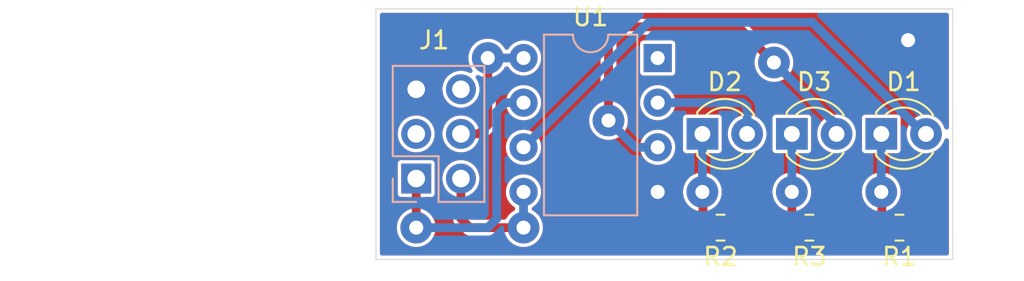
<source format=kicad_pcb>
(kicad_pcb (version 20171130) (host pcbnew 5.1.10-88a1d61d58~88~ubuntu20.10.1)

  (general
    (thickness 1.6)
    (drawings 4)
    (tracks 47)
    (zones 0)
    (modules 8)
    (nets 14)
  )

  (page A4)
  (layers
    (0 F.Cu signal)
    (31 B.Cu signal)
    (32 B.Adhes user)
    (33 F.Adhes user)
    (34 B.Paste user)
    (35 F.Paste user)
    (36 B.SilkS user)
    (37 F.SilkS user)
    (38 B.Mask user)
    (39 F.Mask user)
    (40 Dwgs.User user)
    (41 Cmts.User user)
    (42 Eco1.User user)
    (43 Eco2.User user)
    (44 Edge.Cuts user)
    (45 Margin user)
    (46 B.CrtYd user)
    (47 F.CrtYd user)
    (48 B.Fab user)
    (49 F.Fab user)
  )

  (setup
    (last_trace_width 0.5)
    (trace_clearance 0.1)
    (zone_clearance 0.2)
    (zone_45_only no)
    (trace_min 0.2)
    (via_size 1.8)
    (via_drill 0.8)
    (via_min_size 0.4)
    (via_min_drill 0.8)
    (uvia_size 0.3)
    (uvia_drill 0.1)
    (uvias_allowed no)
    (uvia_min_size 0.2)
    (uvia_min_drill 0.1)
    (edge_width 0.05)
    (segment_width 0.2)
    (pcb_text_width 0.3)
    (pcb_text_size 1.5 1.5)
    (mod_edge_width 0.12)
    (mod_text_size 1 1)
    (mod_text_width 0.15)
    (pad_size 1.524 1.524)
    (pad_drill 0.762)
    (pad_to_mask_clearance 0)
    (aux_axis_origin 0 0)
    (visible_elements FFFFFF7F)
    (pcbplotparams
      (layerselection 0x010fc_ffffffff)
      (usegerberextensions false)
      (usegerberattributes true)
      (usegerberadvancedattributes true)
      (creategerberjobfile true)
      (excludeedgelayer true)
      (linewidth 0.100000)
      (plotframeref false)
      (viasonmask false)
      (mode 1)
      (useauxorigin false)
      (hpglpennumber 1)
      (hpglpenspeed 20)
      (hpglpendiameter 15.000000)
      (psnegative false)
      (psa4output false)
      (plotreference true)
      (plotvalue true)
      (plotinvisibletext false)
      (padsonsilk false)
      (subtractmaskfromsilk false)
      (outputformat 1)
      (mirror false)
      (drillshape 1)
      (scaleselection 1)
      (outputdirectory ""))
  )

  (net 0 "")
  (net 1 GND)
  (net 2 +3V3)
  (net 3 "Net-(U1-Pad1)")
  (net 4 "Net-(D1-Pad1)")
  (net 5 /LED1)
  (net 6 /LED2)
  (net 7 "Net-(D2-Pad1)")
  (net 8 "Net-(D3-Pad1)")
  (net 9 /LED3)
  (net 10 /SCL)
  (net 11 /SDA)
  (net 12 "Net-(J1-Pad3)")
  (net 13 "Net-(J1-Pad6)")

  (net_class Default "This is the default net class."
    (clearance 0.1)
    (trace_width 0.5)
    (via_dia 1.8)
    (via_drill 0.8)
    (uvia_dia 0.3)
    (uvia_drill 0.1)
    (add_net +3V3)
    (add_net /LED1)
    (add_net /LED2)
    (add_net /LED3)
    (add_net /SCL)
    (add_net /SDA)
    (add_net GND)
    (add_net "Net-(D1-Pad1)")
    (add_net "Net-(D2-Pad1)")
    (add_net "Net-(D3-Pad1)")
    (add_net "Net-(J1-Pad3)")
    (add_net "Net-(J1-Pad6)")
    (add_net "Net-(U1-Pad1)")
  )

  (module Connector_PinHeader_2.54mm:PinHeader_2x03_P2.54mm_Vertical (layer B.Cu) (tedit 59FED5CC) (tstamp 60BE4215)
    (at 129.286 113.538)
    (descr "Through hole straight pin header, 2x03, 2.54mm pitch, double rows")
    (tags "Through hole pin header THT 2x03 2.54mm double row")
    (path /60BE041A)
    (fp_text reference J1 (at 1.016 -7.874) (layer F.SilkS)
      (effects (font (size 1 1) (thickness 0.15)))
    )
    (fp_text value Conn_02x03_Counter_Clockwise (at -11.684 -8.128) (layer F.Fab)
      (effects (font (size 1 1) (thickness 0.15)))
    )
    (fp_line (start 4.35 1.8) (end -1.8 1.8) (layer B.CrtYd) (width 0.05))
    (fp_line (start 4.35 -6.85) (end 4.35 1.8) (layer B.CrtYd) (width 0.05))
    (fp_line (start -1.8 -6.85) (end 4.35 -6.85) (layer B.CrtYd) (width 0.05))
    (fp_line (start -1.8 1.8) (end -1.8 -6.85) (layer B.CrtYd) (width 0.05))
    (fp_line (start -1.33 1.33) (end 0 1.33) (layer B.SilkS) (width 0.12))
    (fp_line (start -1.33 0) (end -1.33 1.33) (layer B.SilkS) (width 0.12))
    (fp_line (start 1.27 1.33) (end 3.87 1.33) (layer B.SilkS) (width 0.12))
    (fp_line (start 1.27 -1.27) (end 1.27 1.33) (layer B.SilkS) (width 0.12))
    (fp_line (start -1.33 -1.27) (end 1.27 -1.27) (layer B.SilkS) (width 0.12))
    (fp_line (start 3.87 1.33) (end 3.87 -6.41) (layer B.SilkS) (width 0.12))
    (fp_line (start -1.33 -1.27) (end -1.33 -6.41) (layer B.SilkS) (width 0.12))
    (fp_line (start -1.33 -6.41) (end 3.87 -6.41) (layer B.SilkS) (width 0.12))
    (fp_line (start -1.27 0) (end 0 1.27) (layer B.Fab) (width 0.1))
    (fp_line (start -1.27 -6.35) (end -1.27 0) (layer B.Fab) (width 0.1))
    (fp_line (start 3.81 -6.35) (end -1.27 -6.35) (layer B.Fab) (width 0.1))
    (fp_line (start 3.81 1.27) (end 3.81 -6.35) (layer B.Fab) (width 0.1))
    (fp_line (start 0 1.27) (end 3.81 1.27) (layer B.Fab) (width 0.1))
    (fp_text user %R (at 1.27 -2.54 -90) (layer B.Fab)
      (effects (font (size 1 1) (thickness 0.15)) (justify mirror))
    )
    (pad 1 thru_hole rect (at 0 0) (size 1.7 1.7) (drill 1) (layers *.Cu *.Mask)
      (net 10 /SCL))
    (pad 2 thru_hole oval (at 2.54 0) (size 1.7 1.7) (drill 1) (layers *.Cu *.Mask)
      (net 11 /SDA))
    (pad 3 thru_hole oval (at 0 -2.54) (size 1.7 1.7) (drill 1) (layers *.Cu *.Mask)
      (net 12 "Net-(J1-Pad3)"))
    (pad 4 thru_hole oval (at 2.54 -2.54) (size 1.7 1.7) (drill 1) (layers *.Cu *.Mask)
      (net 2 +3V3))
    (pad 5 thru_hole oval (at 0 -5.08) (size 1.7 1.7) (drill 1) (layers *.Cu *.Mask)
      (net 1 GND))
    (pad 6 thru_hole oval (at 2.54 -5.08) (size 1.7 1.7) (drill 1) (layers *.Cu *.Mask)
      (net 13 "Net-(J1-Pad6)"))
    (model ${KISYS3DMOD}/Connector_PinHeader_2.54mm.3dshapes/PinHeader_2x03_P2.54mm_Vertical.wrl
      (at (xyz 0 0 0))
      (scale (xyz 1 1 1))
      (rotate (xyz 0 0 0))
    )
  )

  (module Package_DIP:DIP-8_W7.62mm (layer B.Cu) (tedit 5A02E8C5) (tstamp 60B6DC4E)
    (at 143.002 106.68 180)
    (descr "8-lead though-hole mounted DIP package, row spacing 7.62 mm (300 mils)")
    (tags "THT DIP DIL PDIP 2.54mm 7.62mm 300mil")
    (path /60B6788E)
    (fp_text reference U1 (at 3.81 2.33) (layer F.SilkS)
      (effects (font (size 1 1) (thickness 0.15)))
    )
    (fp_text value ATtiny85-20PU (at 3.81 -9.95) (layer F.Fab)
      (effects (font (size 1 1) (thickness 0.15)))
    )
    (fp_line (start 1.635 1.27) (end 6.985 1.27) (layer B.Fab) (width 0.1))
    (fp_line (start 6.985 1.27) (end 6.985 -8.89) (layer B.Fab) (width 0.1))
    (fp_line (start 6.985 -8.89) (end 0.635 -8.89) (layer B.Fab) (width 0.1))
    (fp_line (start 0.635 -8.89) (end 0.635 0.27) (layer B.Fab) (width 0.1))
    (fp_line (start 0.635 0.27) (end 1.635 1.27) (layer B.Fab) (width 0.1))
    (fp_line (start 2.81 1.33) (end 1.16 1.33) (layer B.SilkS) (width 0.12))
    (fp_line (start 1.16 1.33) (end 1.16 -8.95) (layer B.SilkS) (width 0.12))
    (fp_line (start 1.16 -8.95) (end 6.46 -8.95) (layer B.SilkS) (width 0.12))
    (fp_line (start 6.46 -8.95) (end 6.46 1.33) (layer B.SilkS) (width 0.12))
    (fp_line (start 6.46 1.33) (end 4.81 1.33) (layer B.SilkS) (width 0.12))
    (fp_line (start -1.1 1.55) (end -1.1 -9.15) (layer B.CrtYd) (width 0.05))
    (fp_line (start -1.1 -9.15) (end 8.7 -9.15) (layer B.CrtYd) (width 0.05))
    (fp_line (start 8.7 -9.15) (end 8.7 1.55) (layer B.CrtYd) (width 0.05))
    (fp_line (start 8.7 1.55) (end -1.1 1.55) (layer B.CrtYd) (width 0.05))
    (fp_arc (start 3.81 1.33) (end 2.81 1.33) (angle 180) (layer B.SilkS) (width 0.12))
    (fp_text user %R (at 3.81 -3.81 90) (layer F.Fab)
      (effects (font (size 1 1) (thickness 0.15)))
    )
    (pad 1 thru_hole rect (at 0 0 180) (size 1.6 1.6) (drill 0.8) (layers *.Cu *.Mask)
      (net 3 "Net-(U1-Pad1)"))
    (pad 5 thru_hole oval (at 7.62 -7.62 180) (size 1.6 1.6) (drill 0.8) (layers *.Cu *.Mask)
      (net 11 /SDA))
    (pad 2 thru_hole oval (at 0 -2.54 180) (size 1.6 1.6) (drill 0.8) (layers *.Cu *.Mask)
      (net 6 /LED2))
    (pad 6 thru_hole oval (at 7.62 -5.08 180) (size 1.6 1.6) (drill 0.8) (layers *.Cu *.Mask)
      (net 5 /LED1))
    (pad 3 thru_hole oval (at 0 -5.08 180) (size 1.6 1.6) (drill 0.8) (layers *.Cu *.Mask)
      (net 9 /LED3))
    (pad 7 thru_hole oval (at 7.62 -2.54 180) (size 1.6 1.6) (drill 0.8) (layers *.Cu *.Mask)
      (net 10 /SCL))
    (pad 4 thru_hole oval (at 0 -7.62 180) (size 1.6 1.6) (drill 0.8) (layers *.Cu *.Mask)
      (net 1 GND))
    (pad 8 thru_hole oval (at 7.62 0 180) (size 1.6 1.6) (drill 0.8) (layers *.Cu *.Mask)
      (net 2 +3V3))
    (model ${KISYS3DMOD}/Package_DIP.3dshapes/DIP-8_W7.62mm.wrl
      (at (xyz 0 0 0))
      (scale (xyz 1 1 1))
      (rotate (xyz 0 0 0))
    )
  )

  (module Resistor_SMD:R_0805_2012Metric_Pad1.20x1.40mm_HandSolder (layer F.Cu) (tedit 5F68FEEE) (tstamp 60BE35B1)
    (at 156.734 116.332 180)
    (descr "Resistor SMD 0805 (2012 Metric), square (rectangular) end terminal, IPC_7351 nominal with elongated pad for handsoldering. (Body size source: IPC-SM-782 page 72, https://www.pcb-3d.com/wordpress/wp-content/uploads/ipc-sm-782a_amendment_1_and_2.pdf), generated with kicad-footprint-generator")
    (tags "resistor handsolder")
    (path /60BF0F2F)
    (attr smd)
    (fp_text reference R1 (at 0 -1.65) (layer F.SilkS)
      (effects (font (size 1 1) (thickness 0.15)))
    )
    (fp_text value 220 (at 0 1.65) (layer F.Fab)
      (effects (font (size 1 1) (thickness 0.15)))
    )
    (fp_line (start 1.85 0.95) (end -1.85 0.95) (layer F.CrtYd) (width 0.05))
    (fp_line (start 1.85 -0.95) (end 1.85 0.95) (layer F.CrtYd) (width 0.05))
    (fp_line (start -1.85 -0.95) (end 1.85 -0.95) (layer F.CrtYd) (width 0.05))
    (fp_line (start -1.85 0.95) (end -1.85 -0.95) (layer F.CrtYd) (width 0.05))
    (fp_line (start -0.227064 0.735) (end 0.227064 0.735) (layer F.SilkS) (width 0.12))
    (fp_line (start -0.227064 -0.735) (end 0.227064 -0.735) (layer F.SilkS) (width 0.12))
    (fp_line (start 1 0.625) (end -1 0.625) (layer F.Fab) (width 0.1))
    (fp_line (start 1 -0.625) (end 1 0.625) (layer F.Fab) (width 0.1))
    (fp_line (start -1 -0.625) (end 1 -0.625) (layer F.Fab) (width 0.1))
    (fp_line (start -1 0.625) (end -1 -0.625) (layer F.Fab) (width 0.1))
    (fp_text user %R (at 0 0) (layer F.Fab)
      (effects (font (size 0.5 0.5) (thickness 0.08)))
    )
    (pad 1 smd roundrect (at -1 0 180) (size 1.2 1.4) (layers F.Cu F.Paste F.Mask) (roundrect_rratio 0.208333)
      (net 1 GND))
    (pad 2 smd roundrect (at 1 0 180) (size 1.2 1.4) (layers F.Cu F.Paste F.Mask) (roundrect_rratio 0.208333)
      (net 4 "Net-(D1-Pad1)"))
    (model ${KISYS3DMOD}/Resistor_SMD.3dshapes/R_0805_2012Metric.wrl
      (at (xyz 0 0 0))
      (scale (xyz 1 1 1))
      (rotate (xyz 0 0 0))
    )
  )

  (module Resistor_SMD:R_0805_2012Metric_Pad1.20x1.40mm_HandSolder (layer F.Cu) (tedit 5F68FEEE) (tstamp 60BE47E1)
    (at 146.574 116.332 180)
    (descr "Resistor SMD 0805 (2012 Metric), square (rectangular) end terminal, IPC_7351 nominal with elongated pad for handsoldering. (Body size source: IPC-SM-782 page 72, https://www.pcb-3d.com/wordpress/wp-content/uploads/ipc-sm-782a_amendment_1_and_2.pdf), generated with kicad-footprint-generator")
    (tags "resistor handsolder")
    (path /60BF2708)
    (attr smd)
    (fp_text reference R2 (at 0 -1.65) (layer F.SilkS)
      (effects (font (size 1 1) (thickness 0.15)))
    )
    (fp_text value 220 (at 0 1.65) (layer F.Fab)
      (effects (font (size 1 1) (thickness 0.15)))
    )
    (fp_text user %R (at 0 0) (layer F.Fab)
      (effects (font (size 0.5 0.5) (thickness 0.08)))
    )
    (fp_line (start -1 0.625) (end -1 -0.625) (layer F.Fab) (width 0.1))
    (fp_line (start -1 -0.625) (end 1 -0.625) (layer F.Fab) (width 0.1))
    (fp_line (start 1 -0.625) (end 1 0.625) (layer F.Fab) (width 0.1))
    (fp_line (start 1 0.625) (end -1 0.625) (layer F.Fab) (width 0.1))
    (fp_line (start -0.227064 -0.735) (end 0.227064 -0.735) (layer F.SilkS) (width 0.12))
    (fp_line (start -0.227064 0.735) (end 0.227064 0.735) (layer F.SilkS) (width 0.12))
    (fp_line (start -1.85 0.95) (end -1.85 -0.95) (layer F.CrtYd) (width 0.05))
    (fp_line (start -1.85 -0.95) (end 1.85 -0.95) (layer F.CrtYd) (width 0.05))
    (fp_line (start 1.85 -0.95) (end 1.85 0.95) (layer F.CrtYd) (width 0.05))
    (fp_line (start 1.85 0.95) (end -1.85 0.95) (layer F.CrtYd) (width 0.05))
    (pad 2 smd roundrect (at 1 0 180) (size 1.2 1.4) (layers F.Cu F.Paste F.Mask) (roundrect_rratio 0.208333)
      (net 7 "Net-(D2-Pad1)"))
    (pad 1 smd roundrect (at -1 0 180) (size 1.2 1.4) (layers F.Cu F.Paste F.Mask) (roundrect_rratio 0.208333)
      (net 1 GND))
    (model ${KISYS3DMOD}/Resistor_SMD.3dshapes/R_0805_2012Metric.wrl
      (at (xyz 0 0 0))
      (scale (xyz 1 1 1))
      (rotate (xyz 0 0 0))
    )
  )

  (module Resistor_SMD:R_0805_2012Metric_Pad1.20x1.40mm_HandSolder (layer F.Cu) (tedit 5F68FEEE) (tstamp 60BE44D5)
    (at 151.622 116.332 180)
    (descr "Resistor SMD 0805 (2012 Metric), square (rectangular) end terminal, IPC_7351 nominal with elongated pad for handsoldering. (Body size source: IPC-SM-782 page 72, https://www.pcb-3d.com/wordpress/wp-content/uploads/ipc-sm-782a_amendment_1_and_2.pdf), generated with kicad-footprint-generator")
    (tags "resistor handsolder")
    (path /60BF2FC6)
    (attr smd)
    (fp_text reference R3 (at 0 -1.65) (layer F.SilkS)
      (effects (font (size 1 1) (thickness 0.15)))
    )
    (fp_text value 220 (at 0 1.65) (layer F.Fab)
      (effects (font (size 1 1) (thickness 0.15)))
    )
    (fp_line (start 1.85 0.95) (end -1.85 0.95) (layer F.CrtYd) (width 0.05))
    (fp_line (start 1.85 -0.95) (end 1.85 0.95) (layer F.CrtYd) (width 0.05))
    (fp_line (start -1.85 -0.95) (end 1.85 -0.95) (layer F.CrtYd) (width 0.05))
    (fp_line (start -1.85 0.95) (end -1.85 -0.95) (layer F.CrtYd) (width 0.05))
    (fp_line (start -0.227064 0.735) (end 0.227064 0.735) (layer F.SilkS) (width 0.12))
    (fp_line (start -0.227064 -0.735) (end 0.227064 -0.735) (layer F.SilkS) (width 0.12))
    (fp_line (start 1 0.625) (end -1 0.625) (layer F.Fab) (width 0.1))
    (fp_line (start 1 -0.625) (end 1 0.625) (layer F.Fab) (width 0.1))
    (fp_line (start -1 -0.625) (end 1 -0.625) (layer F.Fab) (width 0.1))
    (fp_line (start -1 0.625) (end -1 -0.625) (layer F.Fab) (width 0.1))
    (fp_text user %R (at 0 0) (layer F.Fab)
      (effects (font (size 0.5 0.5) (thickness 0.08)))
    )
    (pad 1 smd roundrect (at -1 0 180) (size 1.2 1.4) (layers F.Cu F.Paste F.Mask) (roundrect_rratio 0.208333)
      (net 1 GND))
    (pad 2 smd roundrect (at 1 0 180) (size 1.2 1.4) (layers F.Cu F.Paste F.Mask) (roundrect_rratio 0.208333)
      (net 8 "Net-(D3-Pad1)"))
    (model ${KISYS3DMOD}/Resistor_SMD.3dshapes/R_0805_2012Metric.wrl
      (at (xyz 0 0 0))
      (scale (xyz 1 1 1))
      (rotate (xyz 0 0 0))
    )
  )

  (module LED_THT:LED_D3.0mm (layer F.Cu) (tedit 587A3A7B) (tstamp 60BE3BB3)
    (at 155.702 110.998)
    (descr "LED, diameter 3.0mm, 2 pins")
    (tags "LED diameter 3.0mm 2 pins")
    (path /60BEFDCF)
    (fp_text reference D1 (at 1.27 -2.96) (layer F.SilkS)
      (effects (font (size 1 1) (thickness 0.15)))
    )
    (fp_text value LED (at 1.27 2.96) (layer F.Fab)
      (effects (font (size 1 1) (thickness 0.15)))
    )
    (fp_line (start 3.7 -2.25) (end -1.15 -2.25) (layer F.CrtYd) (width 0.05))
    (fp_line (start 3.7 2.25) (end 3.7 -2.25) (layer F.CrtYd) (width 0.05))
    (fp_line (start -1.15 2.25) (end 3.7 2.25) (layer F.CrtYd) (width 0.05))
    (fp_line (start -1.15 -2.25) (end -1.15 2.25) (layer F.CrtYd) (width 0.05))
    (fp_line (start -0.29 1.08) (end -0.29 1.236) (layer F.SilkS) (width 0.12))
    (fp_line (start -0.29 -1.236) (end -0.29 -1.08) (layer F.SilkS) (width 0.12))
    (fp_line (start -0.23 -1.16619) (end -0.23 1.16619) (layer F.Fab) (width 0.1))
    (fp_circle (center 1.27 0) (end 2.77 0) (layer F.Fab) (width 0.1))
    (fp_arc (start 1.27 0) (end -0.23 -1.16619) (angle 284.3) (layer F.Fab) (width 0.1))
    (fp_arc (start 1.27 0) (end -0.29 -1.235516) (angle 108.8) (layer F.SilkS) (width 0.12))
    (fp_arc (start 1.27 0) (end -0.29 1.235516) (angle -108.8) (layer F.SilkS) (width 0.12))
    (fp_arc (start 1.27 0) (end 0.229039 -1.08) (angle 87.9) (layer F.SilkS) (width 0.12))
    (fp_arc (start 1.27 0) (end 0.229039 1.08) (angle -87.9) (layer F.SilkS) (width 0.12))
    (pad 1 thru_hole rect (at 0 0) (size 1.8 1.8) (drill 0.9) (layers *.Cu *.Mask)
      (net 4 "Net-(D1-Pad1)"))
    (pad 2 thru_hole circle (at 2.54 0) (size 1.8 1.8) (drill 0.9) (layers *.Cu *.Mask)
      (net 5 /LED1))
    (model ${KISYS3DMOD}/LED_THT.3dshapes/LED_D3.0mm.wrl
      (at (xyz 0 0 0))
      (scale (xyz 1 1 1))
      (rotate (xyz 0 0 0))
    )
  )

  (module LED_THT:LED_D3.0mm (layer F.Cu) (tedit 587A3A7B) (tstamp 60BE3BC5)
    (at 145.542 110.998)
    (descr "LED, diameter 3.0mm, 2 pins")
    (tags "LED diameter 3.0mm 2 pins")
    (path /60BF2701)
    (fp_text reference D2 (at 1.27 -2.96) (layer F.SilkS)
      (effects (font (size 1 1) (thickness 0.15)))
    )
    (fp_text value LED (at 1.27 2.96) (layer F.Fab)
      (effects (font (size 1 1) (thickness 0.15)))
    )
    (fp_arc (start 1.27 0) (end 0.229039 1.08) (angle -87.9) (layer F.SilkS) (width 0.12))
    (fp_arc (start 1.27 0) (end 0.229039 -1.08) (angle 87.9) (layer F.SilkS) (width 0.12))
    (fp_arc (start 1.27 0) (end -0.29 1.235516) (angle -108.8) (layer F.SilkS) (width 0.12))
    (fp_arc (start 1.27 0) (end -0.29 -1.235516) (angle 108.8) (layer F.SilkS) (width 0.12))
    (fp_arc (start 1.27 0) (end -0.23 -1.16619) (angle 284.3) (layer F.Fab) (width 0.1))
    (fp_circle (center 1.27 0) (end 2.77 0) (layer F.Fab) (width 0.1))
    (fp_line (start -0.23 -1.16619) (end -0.23 1.16619) (layer F.Fab) (width 0.1))
    (fp_line (start -0.29 -1.236) (end -0.29 -1.08) (layer F.SilkS) (width 0.12))
    (fp_line (start -0.29 1.08) (end -0.29 1.236) (layer F.SilkS) (width 0.12))
    (fp_line (start -1.15 -2.25) (end -1.15 2.25) (layer F.CrtYd) (width 0.05))
    (fp_line (start -1.15 2.25) (end 3.7 2.25) (layer F.CrtYd) (width 0.05))
    (fp_line (start 3.7 2.25) (end 3.7 -2.25) (layer F.CrtYd) (width 0.05))
    (fp_line (start 3.7 -2.25) (end -1.15 -2.25) (layer F.CrtYd) (width 0.05))
    (pad 2 thru_hole circle (at 2.54 0) (size 1.8 1.8) (drill 0.9) (layers *.Cu *.Mask)
      (net 6 /LED2))
    (pad 1 thru_hole rect (at 0 0) (size 1.8 1.8) (drill 0.9) (layers *.Cu *.Mask)
      (net 7 "Net-(D2-Pad1)"))
    (model ${KISYS3DMOD}/LED_THT.3dshapes/LED_D3.0mm.wrl
      (at (xyz 0 0 0))
      (scale (xyz 1 1 1))
      (rotate (xyz 0 0 0))
    )
  )

  (module LED_THT:LED_D3.0mm (layer F.Cu) (tedit 587A3A7B) (tstamp 60BE3BD7)
    (at 150.622 110.998)
    (descr "LED, diameter 3.0mm, 2 pins")
    (tags "LED diameter 3.0mm 2 pins")
    (path /60BF2FBF)
    (fp_text reference D3 (at 1.27 -2.96) (layer F.SilkS)
      (effects (font (size 1 1) (thickness 0.15)))
    )
    (fp_text value LED (at 1.27 2.96) (layer F.Fab)
      (effects (font (size 1 1) (thickness 0.15)))
    )
    (fp_line (start 3.7 -2.25) (end -1.15 -2.25) (layer F.CrtYd) (width 0.05))
    (fp_line (start 3.7 2.25) (end 3.7 -2.25) (layer F.CrtYd) (width 0.05))
    (fp_line (start -1.15 2.25) (end 3.7 2.25) (layer F.CrtYd) (width 0.05))
    (fp_line (start -1.15 -2.25) (end -1.15 2.25) (layer F.CrtYd) (width 0.05))
    (fp_line (start -0.29 1.08) (end -0.29 1.236) (layer F.SilkS) (width 0.12))
    (fp_line (start -0.29 -1.236) (end -0.29 -1.08) (layer F.SilkS) (width 0.12))
    (fp_line (start -0.23 -1.16619) (end -0.23 1.16619) (layer F.Fab) (width 0.1))
    (fp_circle (center 1.27 0) (end 2.77 0) (layer F.Fab) (width 0.1))
    (fp_arc (start 1.27 0) (end -0.23 -1.16619) (angle 284.3) (layer F.Fab) (width 0.1))
    (fp_arc (start 1.27 0) (end -0.29 -1.235516) (angle 108.8) (layer F.SilkS) (width 0.12))
    (fp_arc (start 1.27 0) (end -0.29 1.235516) (angle -108.8) (layer F.SilkS) (width 0.12))
    (fp_arc (start 1.27 0) (end 0.229039 -1.08) (angle 87.9) (layer F.SilkS) (width 0.12))
    (fp_arc (start 1.27 0) (end 0.229039 1.08) (angle -87.9) (layer F.SilkS) (width 0.12))
    (pad 1 thru_hole rect (at 0 0) (size 1.8 1.8) (drill 0.9) (layers *.Cu *.Mask)
      (net 8 "Net-(D3-Pad1)"))
    (pad 2 thru_hole circle (at 2.54 0) (size 1.8 1.8) (drill 0.9) (layers *.Cu *.Mask)
      (net 9 /LED3))
    (model ${KISYS3DMOD}/LED_THT.3dshapes/LED_D3.0mm.wrl
      (at (xyz 0 0 0))
      (scale (xyz 1 1 1))
      (rotate (xyz 0 0 0))
    )
  )

  (gr_line (start 159.766 103.886) (end 159.766 118.14) (layer Edge.Cuts) (width 0.05) (tstamp 60BE3C48))
  (gr_line (start 127 103.886) (end 127 118.14) (layer Edge.Cuts) (width 0.05) (tstamp 60B6E1AC))
  (gr_line (start 127 103.886) (end 159.766 103.886) (layer Edge.Cuts) (width 0.05) (tstamp 60B6E1A5))
  (gr_line (start 159.766 118.14) (end 127 118.14) (layer Edge.Cuts) (width 0.05) (tstamp 60B6E1A4))

  (via (at 157.226 105.664) (size 1.8) (drill 0.8) (layers F.Cu B.Cu) (net 1))
  (segment (start 131.826 110.998) (end 132.842 110.998) (width 0.5) (layer F.Cu) (net 2))
  (via (at 133.35 106.68) (size 1.8) (drill 0.8) (layers F.Cu B.Cu) (net 2))
  (segment (start 133.35 110.49) (end 133.35 106.68) (width 0.5) (layer F.Cu) (net 2))
  (segment (start 132.842 110.998) (end 133.35 110.49) (width 0.5) (layer F.Cu) (net 2))
  (segment (start 133.35 106.68) (end 135.382 106.68) (width 0.5) (layer B.Cu) (net 2))
  (segment (start 155.734 114.332) (end 155.702 114.3) (width 0.5) (layer F.Cu) (net 4))
  (via (at 155.702 114.3) (size 1.8) (drill 0.8) (layers F.Cu B.Cu) (net 4))
  (segment (start 155.734 116.332) (end 155.734 114.332) (width 0.5) (layer F.Cu) (net 4))
  (segment (start 155.702 114.3) (end 155.702 110.998) (width 0.5) (layer B.Cu) (net 4))
  (segment (start 135.382 111.76) (end 142.494 104.648) (width 0.5) (layer B.Cu) (net 5))
  (segment (start 158.132002 110.998) (end 158.242 110.998) (width 0.5) (layer B.Cu) (net 5))
  (segment (start 151.782002 104.648) (end 158.132002 110.998) (width 0.5) (layer B.Cu) (net 5))
  (segment (start 142.494 104.648) (end 151.782002 104.648) (width 0.5) (layer B.Cu) (net 5))
  (segment (start 148.082 109.474) (end 148.082 110.998) (width 0.5) (layer B.Cu) (net 6))
  (segment (start 147.828 109.22) (end 148.082 109.474) (width 0.5) (layer B.Cu) (net 6))
  (segment (start 143.002 109.22) (end 147.828 109.22) (width 0.5) (layer B.Cu) (net 6))
  (via (at 145.542 114.3) (size 1.8) (drill 0.8) (layers F.Cu B.Cu) (net 7))
  (segment (start 145.574 114.332) (end 145.542 114.3) (width 0.5) (layer F.Cu) (net 7))
  (segment (start 145.574 116.332) (end 145.574 114.332) (width 0.5) (layer F.Cu) (net 7))
  (segment (start 145.542 114.3) (end 145.542 110.998) (width 0.5) (layer B.Cu) (net 7))
  (via (at 150.622 114.3) (size 1.8) (drill 0.8) (layers F.Cu B.Cu) (net 8))
  (segment (start 150.622 116.332) (end 150.622 114.3) (width 0.5) (layer F.Cu) (net 8))
  (segment (start 150.622 114.3) (end 150.622 110.998) (width 0.5) (layer B.Cu) (net 8))
  (via (at 140.208 110.236) (size 1.8) (drill 0.8) (layers F.Cu B.Cu) (net 9))
  (segment (start 141.732 111.76) (end 140.208 110.236) (width 0.5) (layer B.Cu) (net 9))
  (segment (start 143.002 111.76) (end 141.732 111.76) (width 0.5) (layer B.Cu) (net 9))
  (segment (start 140.208 110.236) (end 140.208 107.243998) (width 0.5) (layer F.Cu) (net 9))
  (segment (start 140.208 107.243998) (end 140.208 105.664) (width 0.5) (layer F.Cu) (net 9))
  (segment (start 140.208 105.664) (end 140.97 104.902) (width 0.5) (layer F.Cu) (net 9))
  (via (at 149.606 106.934) (size 1.8) (drill 0.8) (layers F.Cu B.Cu) (net 9))
  (segment (start 147.574 104.902) (end 149.606 106.934) (width 0.5) (layer F.Cu) (net 9))
  (segment (start 140.97 104.902) (end 147.574 104.902) (width 0.5) (layer F.Cu) (net 9))
  (segment (start 153.162 110.49) (end 153.162 110.998) (width 0.5) (layer B.Cu) (net 9))
  (segment (start 149.606 106.934) (end 153.162 110.49) (width 0.5) (layer B.Cu) (net 9))
  (via (at 129.286 116.332) (size 1.8) (drill 0.8) (layers F.Cu B.Cu) (net 10))
  (segment (start 129.286 113.538) (end 129.286 116.332) (width 0.5) (layer F.Cu) (net 10))
  (segment (start 129.286 116.332) (end 133.35 116.332) (width 0.5) (layer B.Cu) (net 10))
  (segment (start 133.35 116.332) (end 133.858 115.824) (width 0.5) (layer B.Cu) (net 10))
  (segment (start 133.858 115.824) (end 133.858 109.728) (width 0.5) (layer B.Cu) (net 10))
  (segment (start 134.366 109.22) (end 135.382 109.22) (width 0.5) (layer B.Cu) (net 10))
  (segment (start 133.858 109.728) (end 134.366 109.22) (width 0.5) (layer B.Cu) (net 10))
  (via (at 135.382 116.332) (size 1.8) (drill 0.8) (layers F.Cu B.Cu) (net 11))
  (segment (start 131.826 115.824) (end 132.334 116.332) (width 0.5) (layer F.Cu) (net 11))
  (segment (start 131.826 113.538) (end 131.826 115.824) (width 0.5) (layer F.Cu) (net 11))
  (segment (start 135.382 116.332) (end 135.382 114.3) (width 0.5) (layer B.Cu) (net 11))
  (segment (start 132.334 116.332) (end 135.382 116.332) (width 0.5) (layer F.Cu) (net 11))

  (zone (net 1) (net_name GND) (layer F.Cu) (tstamp 60B6E1DE) (hatch edge 0.508)
    (connect_pads (clearance 0.2))
    (min_thickness 0.254)
    (fill yes (arc_segments 32) (thermal_gap 0) (thermal_bridge_width 0.508))
    (polygon
      (pts
        (xy 163.83 118.872) (xy 126.492 118.872) (xy 126.492 103.632) (xy 163.83 103.378)
      )
    )
    (filled_polygon
      (pts
        (xy 159.414 110.621154) (xy 159.329353 110.416798) (xy 159.195073 110.215833) (xy 159.024167 110.044927) (xy 158.823202 109.910647)
        (xy 158.599903 109.818153) (xy 158.362849 109.771) (xy 158.121151 109.771) (xy 157.884097 109.818153) (xy 157.660798 109.910647)
        (xy 157.459833 110.044927) (xy 157.288927 110.215833) (xy 157.154647 110.416798) (xy 157.062153 110.640097) (xy 157.015 110.877151)
        (xy 157.015 111.118849) (xy 157.062153 111.355903) (xy 157.154647 111.579202) (xy 157.288927 111.780167) (xy 157.459833 111.951073)
        (xy 157.660798 112.085353) (xy 157.884097 112.177847) (xy 158.121151 112.225) (xy 158.362849 112.225) (xy 158.599903 112.177847)
        (xy 158.823202 112.085353) (xy 159.024167 111.951073) (xy 159.195073 111.780167) (xy 159.329353 111.579202) (xy 159.414001 111.374846)
        (xy 159.414001 117.788) (xy 127.352 117.788) (xy 127.352 116.211151) (xy 128.059 116.211151) (xy 128.059 116.452849)
        (xy 128.106153 116.689903) (xy 128.198647 116.913202) (xy 128.332927 117.114167) (xy 128.503833 117.285073) (xy 128.704798 117.419353)
        (xy 128.928097 117.511847) (xy 129.165151 117.559) (xy 129.406849 117.559) (xy 129.643903 117.511847) (xy 129.867202 117.419353)
        (xy 130.068167 117.285073) (xy 130.239073 117.114167) (xy 130.373353 116.913202) (xy 130.465847 116.689903) (xy 130.513 116.452849)
        (xy 130.513 116.211151) (xy 130.465847 115.974097) (xy 130.373353 115.750798) (xy 130.239073 115.549833) (xy 130.068167 115.378927)
        (xy 129.867202 115.244647) (xy 129.863 115.242906) (xy 129.863 114.716582) (xy 130.136 114.716582) (xy 130.200103 114.710268)
        (xy 130.261743 114.69157) (xy 130.31855 114.661206) (xy 130.368343 114.620343) (xy 130.409206 114.57055) (xy 130.43957 114.513743)
        (xy 130.458268 114.452103) (xy 130.464582 114.388) (xy 130.464582 113.422076) (xy 130.649 113.422076) (xy 130.649 113.653924)
        (xy 130.694231 113.881318) (xy 130.782956 114.095519) (xy 130.911764 114.288294) (xy 131.075706 114.452236) (xy 131.249 114.568028)
        (xy 131.249001 115.795659) (xy 131.24621 115.824) (xy 131.257349 115.937111) (xy 131.279426 116.009885) (xy 131.290344 116.045876)
        (xy 131.343922 116.146115) (xy 131.37484 116.183788) (xy 131.397963 116.211964) (xy 131.397966 116.211967) (xy 131.416027 116.233974)
        (xy 131.438034 116.252035) (xy 131.905961 116.719962) (xy 131.924026 116.741974) (xy 132.011885 116.814079) (xy 132.112124 116.867657)
        (xy 132.220888 116.90065) (xy 132.305664 116.909) (xy 132.30567 116.909) (xy 132.333999 116.91179) (xy 132.362328 116.909)
        (xy 134.292906 116.909) (xy 134.294647 116.913202) (xy 134.428927 117.114167) (xy 134.599833 117.285073) (xy 134.800798 117.419353)
        (xy 135.024097 117.511847) (xy 135.261151 117.559) (xy 135.502849 117.559) (xy 135.739903 117.511847) (xy 135.963202 117.419353)
        (xy 136.164167 117.285073) (xy 136.335073 117.114167) (xy 136.469353 116.913202) (xy 136.561847 116.689903) (xy 136.609 116.452849)
        (xy 136.609 116.211151) (xy 136.561847 115.974097) (xy 136.469353 115.750798) (xy 136.335073 115.549833) (xy 136.164167 115.378927)
        (xy 135.979992 115.255866) (xy 136.100421 115.175398) (xy 136.257398 115.018421) (xy 136.380734 114.833835) (xy 136.46569 114.628734)
        (xy 136.477555 114.569084) (xy 142.114913 114.569084) (xy 142.184458 114.736999) (xy 142.285421 114.888097) (xy 142.413922 115.016594)
        (xy 142.565022 115.117553) (xy 142.732915 115.187094) (xy 142.875 115.186517) (xy 142.875 114.427) (xy 143.129 114.427)
        (xy 143.129 115.186517) (xy 143.271085 115.187094) (xy 143.438978 115.117553) (xy 143.590078 115.016594) (xy 143.718579 114.888097)
        (xy 143.819542 114.736999) (xy 143.889087 114.569084) (xy 143.888196 114.427) (xy 143.129 114.427) (xy 142.875 114.427)
        (xy 142.115804 114.427) (xy 142.114913 114.569084) (xy 136.477555 114.569084) (xy 136.509 114.411) (xy 136.509 114.189)
        (xy 136.507041 114.179151) (xy 144.315 114.179151) (xy 144.315 114.420849) (xy 144.362153 114.657903) (xy 144.454647 114.881202)
        (xy 144.588927 115.082167) (xy 144.759833 115.253073) (xy 144.9462 115.377599) (xy 144.902557 115.400926) (xy 144.81488 115.47288)
        (xy 144.742926 115.560557) (xy 144.68946 115.660586) (xy 144.656535 115.769123) (xy 144.645418 115.881999) (xy 144.645418 116.782001)
        (xy 144.656535 116.894877) (xy 144.68946 117.003414) (xy 144.742926 117.103443) (xy 144.81488 117.19112) (xy 144.902557 117.263074)
        (xy 145.002586 117.31654) (xy 145.111123 117.349465) (xy 145.223999 117.360582) (xy 145.924001 117.360582) (xy 146.036877 117.349465)
        (xy 146.145414 117.31654) (xy 146.245443 117.263074) (xy 146.33312 117.19112) (xy 146.405074 117.103443) (xy 146.44326 117.032)
        (xy 146.846386 117.032) (xy 146.848838 117.056896) (xy 146.8561 117.080836) (xy 146.867893 117.102899) (xy 146.883763 117.122237)
        (xy 146.903101 117.138107) (xy 146.925164 117.1499) (xy 146.949104 117.157162) (xy 146.974 117.159614) (xy 147.41525 117.159)
        (xy 147.447 117.12725) (xy 147.447 116.459) (xy 147.701 116.459) (xy 147.701 117.12725) (xy 147.73275 117.159)
        (xy 148.174 117.159614) (xy 148.198896 117.157162) (xy 148.222836 117.1499) (xy 148.244899 117.138107) (xy 148.264237 117.122237)
        (xy 148.280107 117.102899) (xy 148.2919 117.080836) (xy 148.299162 117.056896) (xy 148.301614 117.032) (xy 148.301 116.49075)
        (xy 148.26925 116.459) (xy 147.701 116.459) (xy 147.447 116.459) (xy 146.87875 116.459) (xy 146.847 116.49075)
        (xy 146.846386 117.032) (xy 146.44326 117.032) (xy 146.45854 117.003414) (xy 146.491465 116.894877) (xy 146.502582 116.782001)
        (xy 146.502582 115.881999) (xy 146.491465 115.769123) (xy 146.45854 115.660586) (xy 146.443261 115.632) (xy 146.846386 115.632)
        (xy 146.847 116.17325) (xy 146.87875 116.205) (xy 147.447 116.205) (xy 147.447 115.53675) (xy 147.701 115.53675)
        (xy 147.701 116.205) (xy 148.26925 116.205) (xy 148.301 116.17325) (xy 148.301614 115.632) (xy 148.299162 115.607104)
        (xy 148.2919 115.583164) (xy 148.280107 115.561101) (xy 148.264237 115.541763) (xy 148.244899 115.525893) (xy 148.222836 115.5141)
        (xy 148.198896 115.506838) (xy 148.174 115.504386) (xy 147.73275 115.505) (xy 147.701 115.53675) (xy 147.447 115.53675)
        (xy 147.41525 115.505) (xy 146.974 115.504386) (xy 146.949104 115.506838) (xy 146.925164 115.5141) (xy 146.903101 115.525893)
        (xy 146.883763 115.541763) (xy 146.867893 115.561101) (xy 146.8561 115.583164) (xy 146.848838 115.607104) (xy 146.846386 115.632)
        (xy 146.443261 115.632) (xy 146.405074 115.560557) (xy 146.33312 115.47288) (xy 146.245443 115.400926) (xy 146.166244 115.358594)
        (xy 146.324167 115.253073) (xy 146.495073 115.082167) (xy 146.629353 114.881202) (xy 146.721847 114.657903) (xy 146.769 114.420849)
        (xy 146.769 114.179151) (xy 149.395 114.179151) (xy 149.395 114.420849) (xy 149.442153 114.657903) (xy 149.534647 114.881202)
        (xy 149.668927 115.082167) (xy 149.839833 115.253073) (xy 150.011978 115.368096) (xy 149.950557 115.400926) (xy 149.86288 115.47288)
        (xy 149.790926 115.560557) (xy 149.73746 115.660586) (xy 149.704535 115.769123) (xy 149.693418 115.881999) (xy 149.693418 116.782001)
        (xy 149.704535 116.894877) (xy 149.73746 117.003414) (xy 149.790926 117.103443) (xy 149.86288 117.19112) (xy 149.950557 117.263074)
        (xy 150.050586 117.31654) (xy 150.159123 117.349465) (xy 150.271999 117.360582) (xy 150.972001 117.360582) (xy 151.084877 117.349465)
        (xy 151.193414 117.31654) (xy 151.293443 117.263074) (xy 151.38112 117.19112) (xy 151.453074 117.103443) (xy 151.49126 117.032)
        (xy 151.894386 117.032) (xy 151.896838 117.056896) (xy 151.9041 117.080836) (xy 151.915893 117.102899) (xy 151.931763 117.122237)
        (xy 151.951101 117.138107) (xy 151.973164 117.1499) (xy 151.997104 117.157162) (xy 152.022 117.159614) (xy 152.46325 117.159)
        (xy 152.495 117.12725) (xy 152.495 116.459) (xy 152.749 116.459) (xy 152.749 117.12725) (xy 152.78075 117.159)
        (xy 153.222 117.159614) (xy 153.246896 117.157162) (xy 153.270836 117.1499) (xy 153.292899 117.138107) (xy 153.312237 117.122237)
        (xy 153.328107 117.102899) (xy 153.3399 117.080836) (xy 153.347162 117.056896) (xy 153.349614 117.032) (xy 153.349 116.49075)
        (xy 153.31725 116.459) (xy 152.749 116.459) (xy 152.495 116.459) (xy 151.92675 116.459) (xy 151.895 116.49075)
        (xy 151.894386 117.032) (xy 151.49126 117.032) (xy 151.50654 117.003414) (xy 151.539465 116.894877) (xy 151.550582 116.782001)
        (xy 151.550582 115.881999) (xy 151.539465 115.769123) (xy 151.50654 115.660586) (xy 151.491261 115.632) (xy 151.894386 115.632)
        (xy 151.895 116.17325) (xy 151.92675 116.205) (xy 152.495 116.205) (xy 152.495 115.53675) (xy 152.749 115.53675)
        (xy 152.749 116.205) (xy 153.31725 116.205) (xy 153.349 116.17325) (xy 153.349614 115.632) (xy 153.347162 115.607104)
        (xy 153.3399 115.583164) (xy 153.328107 115.561101) (xy 153.312237 115.541763) (xy 153.292899 115.525893) (xy 153.270836 115.5141)
        (xy 153.246896 115.506838) (xy 153.222 115.504386) (xy 152.78075 115.505) (xy 152.749 115.53675) (xy 152.495 115.53675)
        (xy 152.46325 115.505) (xy 152.022 115.504386) (xy 151.997104 115.506838) (xy 151.973164 115.5141) (xy 151.951101 115.525893)
        (xy 151.931763 115.541763) (xy 151.915893 115.561101) (xy 151.9041 115.583164) (xy 151.896838 115.607104) (xy 151.894386 115.632)
        (xy 151.491261 115.632) (xy 151.453074 115.560557) (xy 151.38112 115.47288) (xy 151.293443 115.400926) (xy 151.232022 115.368096)
        (xy 151.404167 115.253073) (xy 151.575073 115.082167) (xy 151.709353 114.881202) (xy 151.801847 114.657903) (xy 151.849 114.420849)
        (xy 151.849 114.179151) (xy 154.475 114.179151) (xy 154.475 114.420849) (xy 154.522153 114.657903) (xy 154.614647 114.881202)
        (xy 154.748927 115.082167) (xy 154.919833 115.253073) (xy 155.1062 115.377599) (xy 155.062557 115.400926) (xy 154.97488 115.47288)
        (xy 154.902926 115.560557) (xy 154.84946 115.660586) (xy 154.816535 115.769123) (xy 154.805418 115.881999) (xy 154.805418 116.782001)
        (xy 154.816535 116.894877) (xy 154.84946 117.003414) (xy 154.902926 117.103443) (xy 154.97488 117.19112) (xy 155.062557 117.263074)
        (xy 155.162586 117.31654) (xy 155.271123 117.349465) (xy 155.383999 117.360582) (xy 156.084001 117.360582) (xy 156.196877 117.349465)
        (xy 156.305414 117.31654) (xy 156.405443 117.263074) (xy 156.49312 117.19112) (xy 156.565074 117.103443) (xy 156.60326 117.032)
        (xy 157.006386 117.032) (xy 157.008838 117.056896) (xy 157.0161 117.080836) (xy 157.027893 117.102899) (xy 157.043763 117.122237)
        (xy 157.063101 117.138107) (xy 157.085164 117.1499) (xy 157.109104 117.157162) (xy 157.134 117.159614) (xy 157.57525 117.159)
        (xy 157.607 117.12725) (xy 157.607 116.459) (xy 157.861 116.459) (xy 157.861 117.12725) (xy 157.89275 117.159)
        (xy 158.334 117.159614) (xy 158.358896 117.157162) (xy 158.382836 117.1499) (xy 158.404899 117.138107) (xy 158.424237 117.122237)
        (xy 158.440107 117.102899) (xy 158.4519 117.080836) (xy 158.459162 117.056896) (xy 158.461614 117.032) (xy 158.461 116.49075)
        (xy 158.42925 116.459) (xy 157.861 116.459) (xy 157.607 116.459) (xy 157.03875 116.459) (xy 157.007 116.49075)
        (xy 157.006386 117.032) (xy 156.60326 117.032) (xy 156.61854 117.003414) (xy 156.651465 116.894877) (xy 156.662582 116.782001)
        (xy 156.662582 115.881999) (xy 156.651465 115.769123) (xy 156.61854 115.660586) (xy 156.603261 115.632) (xy 157.006386 115.632)
        (xy 157.007 116.17325) (xy 157.03875 116.205) (xy 157.607 116.205) (xy 157.607 115.53675) (xy 157.861 115.53675)
        (xy 157.861 116.205) (xy 158.42925 116.205) (xy 158.461 116.17325) (xy 158.461614 115.632) (xy 158.459162 115.607104)
        (xy 158.4519 115.583164) (xy 158.440107 115.561101) (xy 158.424237 115.541763) (xy 158.404899 115.525893) (xy 158.382836 115.5141)
        (xy 158.358896 115.506838) (xy 158.334 115.504386) (xy 157.89275 115.505) (xy 157.861 115.53675) (xy 157.607 115.53675)
        (xy 157.57525 115.505) (xy 157.134 115.504386) (xy 157.109104 115.506838) (xy 157.085164 115.5141) (xy 157.063101 115.525893)
        (xy 157.043763 115.541763) (xy 157.027893 115.561101) (xy 157.0161 115.583164) (xy 157.008838 115.607104) (xy 157.006386 115.632)
        (xy 156.603261 115.632) (xy 156.565074 115.560557) (xy 156.49312 115.47288) (xy 156.405443 115.400926) (xy 156.326244 115.358594)
        (xy 156.484167 115.253073) (xy 156.655073 115.082167) (xy 156.789353 114.881202) (xy 156.881847 114.657903) (xy 156.929 114.420849)
        (xy 156.929 114.179151) (xy 156.881847 113.942097) (xy 156.789353 113.718798) (xy 156.655073 113.517833) (xy 156.484167 113.346927)
        (xy 156.283202 113.212647) (xy 156.059903 113.120153) (xy 155.822849 113.073) (xy 155.581151 113.073) (xy 155.344097 113.120153)
        (xy 155.120798 113.212647) (xy 154.919833 113.346927) (xy 154.748927 113.517833) (xy 154.614647 113.718798) (xy 154.522153 113.942097)
        (xy 154.475 114.179151) (xy 151.849 114.179151) (xy 151.801847 113.942097) (xy 151.709353 113.718798) (xy 151.575073 113.517833)
        (xy 151.404167 113.346927) (xy 151.203202 113.212647) (xy 150.979903 113.120153) (xy 150.742849 113.073) (xy 150.501151 113.073)
        (xy 150.264097 113.120153) (xy 150.040798 113.212647) (xy 149.839833 113.346927) (xy 149.668927 113.517833) (xy 149.534647 113.718798)
        (xy 149.442153 113.942097) (xy 149.395 114.179151) (xy 146.769 114.179151) (xy 146.721847 113.942097) (xy 146.629353 113.718798)
        (xy 146.495073 113.517833) (xy 146.324167 113.346927) (xy 146.123202 113.212647) (xy 145.899903 113.120153) (xy 145.662849 113.073)
        (xy 145.421151 113.073) (xy 145.184097 113.120153) (xy 144.960798 113.212647) (xy 144.759833 113.346927) (xy 144.588927 113.517833)
        (xy 144.454647 113.718798) (xy 144.362153 113.942097) (xy 144.315 114.179151) (xy 136.507041 114.179151) (xy 136.477556 114.030916)
        (xy 142.114913 114.030916) (xy 142.115804 114.173) (xy 142.875 114.173) (xy 142.875 113.413483) (xy 143.129 113.413483)
        (xy 143.129 114.173) (xy 143.888196 114.173) (xy 143.889087 114.030916) (xy 143.819542 113.863001) (xy 143.718579 113.711903)
        (xy 143.590078 113.583406) (xy 143.438978 113.482447) (xy 143.271085 113.412906) (xy 143.129 113.413483) (xy 142.875 113.413483)
        (xy 142.732915 113.412906) (xy 142.565022 113.482447) (xy 142.413922 113.583406) (xy 142.285421 113.711903) (xy 142.184458 113.863001)
        (xy 142.114913 114.030916) (xy 136.477556 114.030916) (xy 136.46569 113.971266) (xy 136.380734 113.766165) (xy 136.257398 113.581579)
        (xy 136.100421 113.424602) (xy 135.915835 113.301266) (xy 135.710734 113.21631) (xy 135.493 113.173) (xy 135.271 113.173)
        (xy 135.053266 113.21631) (xy 134.848165 113.301266) (xy 134.663579 113.424602) (xy 134.506602 113.581579) (xy 134.383266 113.766165)
        (xy 134.29831 113.971266) (xy 134.255 114.189) (xy 134.255 114.411) (xy 134.29831 114.628734) (xy 134.383266 114.833835)
        (xy 134.506602 115.018421) (xy 134.663579 115.175398) (xy 134.784008 115.255866) (xy 134.599833 115.378927) (xy 134.428927 115.549833)
        (xy 134.294647 115.750798) (xy 134.292906 115.755) (xy 132.573001 115.755) (xy 132.403 115.584999) (xy 132.403 114.568027)
        (xy 132.576294 114.452236) (xy 132.740236 114.288294) (xy 132.869044 114.095519) (xy 132.957769 113.881318) (xy 133.003 113.653924)
        (xy 133.003 113.422076) (xy 132.957769 113.194682) (xy 132.869044 112.980481) (xy 132.740236 112.787706) (xy 132.576294 112.623764)
        (xy 132.383519 112.494956) (xy 132.169318 112.406231) (xy 131.941924 112.361) (xy 131.710076 112.361) (xy 131.482682 112.406231)
        (xy 131.268481 112.494956) (xy 131.075706 112.623764) (xy 130.911764 112.787706) (xy 130.782956 112.980481) (xy 130.694231 113.194682)
        (xy 130.649 113.422076) (xy 130.464582 113.422076) (xy 130.464582 112.688) (xy 130.458268 112.623897) (xy 130.43957 112.562257)
        (xy 130.409206 112.50545) (xy 130.368343 112.455657) (xy 130.31855 112.414794) (xy 130.261743 112.38443) (xy 130.200103 112.365732)
        (xy 130.136 112.359418) (xy 128.436 112.359418) (xy 128.371897 112.365732) (xy 128.310257 112.38443) (xy 128.25345 112.414794)
        (xy 128.203657 112.455657) (xy 128.162794 112.50545) (xy 128.13243 112.562257) (xy 128.113732 112.623897) (xy 128.107418 112.688)
        (xy 128.107418 114.388) (xy 128.113732 114.452103) (xy 128.13243 114.513743) (xy 128.162794 114.57055) (xy 128.203657 114.620343)
        (xy 128.25345 114.661206) (xy 128.310257 114.69157) (xy 128.371897 114.710268) (xy 128.436 114.716582) (xy 128.709 114.716582)
        (xy 128.709001 115.242906) (xy 128.704798 115.244647) (xy 128.503833 115.378927) (xy 128.332927 115.549833) (xy 128.198647 115.750798)
        (xy 128.106153 115.974097) (xy 128.059 116.211151) (xy 127.352 116.211151) (xy 127.352 110.882076) (xy 128.109 110.882076)
        (xy 128.109 111.113924) (xy 128.154231 111.341318) (xy 128.242956 111.555519) (xy 128.371764 111.748294) (xy 128.535706 111.912236)
        (xy 128.728481 112.041044) (xy 128.942682 112.129769) (xy 129.170076 112.175) (xy 129.401924 112.175) (xy 129.629318 112.129769)
        (xy 129.843519 112.041044) (xy 130.036294 111.912236) (xy 130.200236 111.748294) (xy 130.329044 111.555519) (xy 130.417769 111.341318)
        (xy 130.463 111.113924) (xy 130.463 110.882076) (xy 130.417769 110.654682) (xy 130.329044 110.440481) (xy 130.200236 110.247706)
        (xy 130.036294 110.083764) (xy 129.843519 109.954956) (xy 129.629318 109.866231) (xy 129.401924 109.821) (xy 129.170076 109.821)
        (xy 128.942682 109.866231) (xy 128.728481 109.954956) (xy 128.535706 110.083764) (xy 128.371764 110.247706) (xy 128.242956 110.440481)
        (xy 128.154231 110.654682) (xy 128.109 110.882076) (xy 127.352 110.882076) (xy 127.352 108.734976) (xy 128.349084 108.734976)
        (xy 128.353096 108.748229) (xy 128.427642 108.924653) (xy 128.535175 109.083144) (xy 128.671561 109.217611) (xy 128.83156 109.322886)
        (xy 129.009023 109.394924) (xy 129.159 109.394968) (xy 129.159 108.585) (xy 129.413 108.585) (xy 129.413 109.394968)
        (xy 129.562977 109.394924) (xy 129.74044 109.322886) (xy 129.900439 109.217611) (xy 130.036825 109.083144) (xy 130.144358 108.924653)
        (xy 130.218904 108.748229) (xy 130.222916 108.734976) (xy 130.22268 108.585) (xy 129.413 108.585) (xy 129.159 108.585)
        (xy 128.34932 108.585) (xy 128.349084 108.734976) (xy 127.352 108.734976) (xy 127.352 108.342076) (xy 130.649 108.342076)
        (xy 130.649 108.573924) (xy 130.694231 108.801318) (xy 130.782956 109.015519) (xy 130.911764 109.208294) (xy 131.075706 109.372236)
        (xy 131.268481 109.501044) (xy 131.482682 109.589769) (xy 131.710076 109.635) (xy 131.941924 109.635) (xy 132.169318 109.589769)
        (xy 132.383519 109.501044) (xy 132.576294 109.372236) (xy 132.740236 109.208294) (xy 132.773 109.159259) (xy 132.773 110.250999)
        (xy 132.754678 110.269321) (xy 132.740236 110.247706) (xy 132.576294 110.083764) (xy 132.383519 109.954956) (xy 132.169318 109.866231)
        (xy 131.941924 109.821) (xy 131.710076 109.821) (xy 131.482682 109.866231) (xy 131.268481 109.954956) (xy 131.075706 110.083764)
        (xy 130.911764 110.247706) (xy 130.782956 110.440481) (xy 130.694231 110.654682) (xy 130.649 110.882076) (xy 130.649 111.113924)
        (xy 130.694231 111.341318) (xy 130.782956 111.555519) (xy 130.911764 111.748294) (xy 131.075706 111.912236) (xy 131.268481 112.041044)
        (xy 131.482682 112.129769) (xy 131.710076 112.175) (xy 131.941924 112.175) (xy 132.169318 112.129769) (xy 132.383519 112.041044)
        (xy 132.576294 111.912236) (xy 132.740236 111.748294) (xy 132.806582 111.649) (xy 134.255 111.649) (xy 134.255 111.871)
        (xy 134.29831 112.088734) (xy 134.383266 112.293835) (xy 134.506602 112.478421) (xy 134.663579 112.635398) (xy 134.848165 112.758734)
        (xy 135.053266 112.84369) (xy 135.271 112.887) (xy 135.493 112.887) (xy 135.710734 112.84369) (xy 135.915835 112.758734)
        (xy 136.100421 112.635398) (xy 136.257398 112.478421) (xy 136.380734 112.293835) (xy 136.46569 112.088734) (xy 136.509 111.871)
        (xy 136.509 111.649) (xy 141.875 111.649) (xy 141.875 111.871) (xy 141.91831 112.088734) (xy 142.003266 112.293835)
        (xy 142.126602 112.478421) (xy 142.283579 112.635398) (xy 142.468165 112.758734) (xy 142.673266 112.84369) (xy 142.891 112.887)
        (xy 143.113 112.887) (xy 143.330734 112.84369) (xy 143.535835 112.758734) (xy 143.720421 112.635398) (xy 143.877398 112.478421)
        (xy 144.000734 112.293835) (xy 144.08569 112.088734) (xy 144.129 111.871) (xy 144.129 111.649) (xy 144.08569 111.431266)
        (xy 144.000734 111.226165) (xy 143.877398 111.041579) (xy 143.720421 110.884602) (xy 143.535835 110.761266) (xy 143.330734 110.67631)
        (xy 143.113 110.633) (xy 142.891 110.633) (xy 142.673266 110.67631) (xy 142.468165 110.761266) (xy 142.283579 110.884602)
        (xy 142.126602 111.041579) (xy 142.003266 111.226165) (xy 141.91831 111.431266) (xy 141.875 111.649) (xy 136.509 111.649)
        (xy 136.46569 111.431266) (xy 136.380734 111.226165) (xy 136.257398 111.041579) (xy 136.100421 110.884602) (xy 135.915835 110.761266)
        (xy 135.710734 110.67631) (xy 135.493 110.633) (xy 135.271 110.633) (xy 135.053266 110.67631) (xy 134.848165 110.761266)
        (xy 134.663579 110.884602) (xy 134.506602 111.041579) (xy 134.383266 111.226165) (xy 134.29831 111.431266) (xy 134.255 111.649)
        (xy 132.806582 111.649) (xy 132.85502 111.576508) (xy 132.870331 111.575) (xy 132.870336 111.575) (xy 132.900045 111.572074)
        (xy 132.955111 111.566651) (xy 132.99977 111.553103) (xy 133.063876 111.533657) (xy 133.164115 111.480079) (xy 133.251974 111.407974)
        (xy 133.270039 111.385962) (xy 133.737963 110.918038) (xy 133.759974 110.899974) (xy 133.832079 110.812115) (xy 133.885657 110.711876)
        (xy 133.91865 110.603112) (xy 133.927 110.518336) (xy 133.927 110.51833) (xy 133.92979 110.490001) (xy 133.927 110.461672)
        (xy 133.927 109.109) (xy 134.255 109.109) (xy 134.255 109.331) (xy 134.29831 109.548734) (xy 134.383266 109.753835)
        (xy 134.506602 109.938421) (xy 134.663579 110.095398) (xy 134.848165 110.218734) (xy 135.053266 110.30369) (xy 135.271 110.347)
        (xy 135.493 110.347) (xy 135.710734 110.30369) (xy 135.915835 110.218734) (xy 136.070858 110.115151) (xy 138.981 110.115151)
        (xy 138.981 110.356849) (xy 139.028153 110.593903) (xy 139.120647 110.817202) (xy 139.254927 111.018167) (xy 139.425833 111.189073)
        (xy 139.626798 111.323353) (xy 139.850097 111.415847) (xy 140.087151 111.463) (xy 140.328849 111.463) (xy 140.565903 111.415847)
        (xy 140.789202 111.323353) (xy 140.990167 111.189073) (xy 141.161073 111.018167) (xy 141.295353 110.817202) (xy 141.387847 110.593903)
        (xy 141.435 110.356849) (xy 141.435 110.115151) (xy 141.387847 109.878097) (xy 141.295353 109.654798) (xy 141.161073 109.453833)
        (xy 140.990167 109.282927) (xy 140.789202 109.148647) (xy 140.785 109.146906) (xy 140.785 109.109) (xy 141.875 109.109)
        (xy 141.875 109.331) (xy 141.91831 109.548734) (xy 142.003266 109.753835) (xy 142.126602 109.938421) (xy 142.283579 110.095398)
        (xy 142.468165 110.218734) (xy 142.673266 110.30369) (xy 142.891 110.347) (xy 143.113 110.347) (xy 143.330734 110.30369)
        (xy 143.535835 110.218734) (xy 143.716526 110.098) (xy 144.313418 110.098) (xy 144.313418 111.898) (xy 144.319732 111.962103)
        (xy 144.33843 112.023743) (xy 144.368794 112.08055) (xy 144.409657 112.130343) (xy 144.45945 112.171206) (xy 144.516257 112.20157)
        (xy 144.577897 112.220268) (xy 144.642 112.226582) (xy 146.442 112.226582) (xy 146.506103 112.220268) (xy 146.567743 112.20157)
        (xy 146.62455 112.171206) (xy 146.674343 112.130343) (xy 146.715206 112.08055) (xy 146.74557 112.023743) (xy 146.764268 111.962103)
        (xy 146.770582 111.898) (xy 146.770582 110.877151) (xy 146.855 110.877151) (xy 146.855 111.118849) (xy 146.902153 111.355903)
        (xy 146.994647 111.579202) (xy 147.128927 111.780167) (xy 147.299833 111.951073) (xy 147.500798 112.085353) (xy 147.724097 112.177847)
        (xy 147.961151 112.225) (xy 148.202849 112.225) (xy 148.439903 112.177847) (xy 148.663202 112.085353) (xy 148.864167 111.951073)
        (xy 149.035073 111.780167) (xy 149.169353 111.579202) (xy 149.261847 111.355903) (xy 149.309 111.118849) (xy 149.309 110.877151)
        (xy 149.261847 110.640097) (xy 149.169353 110.416798) (xy 149.035073 110.215833) (xy 148.91724 110.098) (xy 149.393418 110.098)
        (xy 149.393418 111.898) (xy 149.399732 111.962103) (xy 149.41843 112.023743) (xy 149.448794 112.08055) (xy 149.489657 112.130343)
        (xy 149.53945 112.171206) (xy 149.596257 112.20157) (xy 149.657897 112.220268) (xy 149.722 112.226582) (xy 151.522 112.226582)
        (xy 151.586103 112.220268) (xy 151.647743 112.20157) (xy 151.70455 112.171206) (xy 151.754343 112.130343) (xy 151.795206 112.08055)
        (xy 151.82557 112.023743) (xy 151.844268 111.962103) (xy 151.850582 111.898) (xy 151.850582 110.877151) (xy 151.935 110.877151)
        (xy 151.935 111.118849) (xy 151.982153 111.355903) (xy 152.074647 111.579202) (xy 152.208927 111.780167) (xy 152.379833 111.951073)
        (xy 152.580798 112.085353) (xy 152.804097 112.177847) (xy 153.041151 112.225) (xy 153.282849 112.225) (xy 153.519903 112.177847)
        (xy 153.743202 112.085353) (xy 153.944167 111.951073) (xy 154.115073 111.780167) (xy 154.249353 111.579202) (xy 154.341847 111.355903)
        (xy 154.389 111.118849) (xy 154.389 110.877151) (xy 154.341847 110.640097) (xy 154.249353 110.416798) (xy 154.115073 110.215833)
        (xy 153.99724 110.098) (xy 154.473418 110.098) (xy 154.473418 111.898) (xy 154.479732 111.962103) (xy 154.49843 112.023743)
        (xy 154.528794 112.08055) (xy 154.569657 112.130343) (xy 154.61945 112.171206) (xy 154.676257 112.20157) (xy 154.737897 112.220268)
        (xy 154.802 112.226582) (xy 156.602 112.226582) (xy 156.666103 112.220268) (xy 156.727743 112.20157) (xy 156.78455 112.171206)
        (xy 156.834343 112.130343) (xy 156.875206 112.08055) (xy 156.90557 112.023743) (xy 156.924268 111.962103) (xy 156.930582 111.898)
        (xy 156.930582 110.098) (xy 156.924268 110.033897) (xy 156.90557 109.972257) (xy 156.875206 109.91545) (xy 156.834343 109.865657)
        (xy 156.78455 109.824794) (xy 156.727743 109.79443) (xy 156.666103 109.775732) (xy 156.602 109.769418) (xy 154.802 109.769418)
        (xy 154.737897 109.775732) (xy 154.676257 109.79443) (xy 154.61945 109.824794) (xy 154.569657 109.865657) (xy 154.528794 109.91545)
        (xy 154.49843 109.972257) (xy 154.479732 110.033897) (xy 154.473418 110.098) (xy 153.99724 110.098) (xy 153.944167 110.044927)
        (xy 153.743202 109.910647) (xy 153.519903 109.818153) (xy 153.282849 109.771) (xy 153.041151 109.771) (xy 152.804097 109.818153)
        (xy 152.580798 109.910647) (xy 152.379833 110.044927) (xy 152.208927 110.215833) (xy 152.074647 110.416798) (xy 151.982153 110.640097)
        (xy 151.935 110.877151) (xy 151.850582 110.877151) (xy 151.850582 110.098) (xy 151.844268 110.033897) (xy 151.82557 109.972257)
        (xy 151.795206 109.91545) (xy 151.754343 109.865657) (xy 151.70455 109.824794) (xy 151.647743 109.79443) (xy 151.586103 109.775732)
        (xy 151.522 109.769418) (xy 149.722 109.769418) (xy 149.657897 109.775732) (xy 149.596257 109.79443) (xy 149.53945 109.824794)
        (xy 149.489657 109.865657) (xy 149.448794 109.91545) (xy 149.41843 109.972257) (xy 149.399732 110.033897) (xy 149.393418 110.098)
        (xy 148.91724 110.098) (xy 148.864167 110.044927) (xy 148.663202 109.910647) (xy 148.439903 109.818153) (xy 148.202849 109.771)
        (xy 147.961151 109.771) (xy 147.724097 109.818153) (xy 147.500798 109.910647) (xy 147.299833 110.044927) (xy 147.128927 110.215833)
        (xy 146.994647 110.416798) (xy 146.902153 110.640097) (xy 146.855 110.877151) (xy 146.770582 110.877151) (xy 146.770582 110.098)
        (xy 146.764268 110.033897) (xy 146.74557 109.972257) (xy 146.715206 109.91545) (xy 146.674343 109.865657) (xy 146.62455 109.824794)
        (xy 146.567743 109.79443) (xy 146.506103 109.775732) (xy 146.442 109.769418) (xy 144.642 109.769418) (xy 144.577897 109.775732)
        (xy 144.516257 109.79443) (xy 144.45945 109.824794) (xy 144.409657 109.865657) (xy 144.368794 109.91545) (xy 144.33843 109.972257)
        (xy 144.319732 110.033897) (xy 144.313418 110.098) (xy 143.716526 110.098) (xy 143.720421 110.095398) (xy 143.877398 109.938421)
        (xy 144.000734 109.753835) (xy 144.08569 109.548734) (xy 144.129 109.331) (xy 144.129 109.109) (xy 144.08569 108.891266)
        (xy 144.000734 108.686165) (xy 143.877398 108.501579) (xy 143.720421 108.344602) (xy 143.535835 108.221266) (xy 143.330734 108.13631)
        (xy 143.113 108.093) (xy 142.891 108.093) (xy 142.673266 108.13631) (xy 142.468165 108.221266) (xy 142.283579 108.344602)
        (xy 142.126602 108.501579) (xy 142.003266 108.686165) (xy 141.91831 108.891266) (xy 141.875 109.109) (xy 140.785 109.109)
        (xy 140.785 105.903001) (xy 140.808001 105.88) (xy 141.873418 105.88) (xy 141.873418 107.48) (xy 141.879732 107.544103)
        (xy 141.89843 107.605743) (xy 141.928794 107.66255) (xy 141.969657 107.712343) (xy 142.01945 107.753206) (xy 142.076257 107.78357)
        (xy 142.137897 107.802268) (xy 142.202 107.808582) (xy 143.802 107.808582) (xy 143.866103 107.802268) (xy 143.927743 107.78357)
        (xy 143.98455 107.753206) (xy 144.034343 107.712343) (xy 144.075206 107.66255) (xy 144.10557 107.605743) (xy 144.124268 107.544103)
        (xy 144.130582 107.48) (xy 144.130582 105.88) (xy 144.124268 105.815897) (xy 144.10557 105.754257) (xy 144.075206 105.69745)
        (xy 144.034343 105.647657) (xy 143.98455 105.606794) (xy 143.927743 105.57643) (xy 143.866103 105.557732) (xy 143.802 105.551418)
        (xy 142.202 105.551418) (xy 142.137897 105.557732) (xy 142.076257 105.57643) (xy 142.01945 105.606794) (xy 141.969657 105.647657)
        (xy 141.928794 105.69745) (xy 141.89843 105.754257) (xy 141.879732 105.815897) (xy 141.873418 105.88) (xy 140.808001 105.88)
        (xy 141.209001 105.479) (xy 147.334999 105.479) (xy 148.427893 106.571895) (xy 148.426153 106.576097) (xy 148.379 106.813151)
        (xy 148.379 107.054849) (xy 148.426153 107.291903) (xy 148.518647 107.515202) (xy 148.652927 107.716167) (xy 148.823833 107.887073)
        (xy 149.024798 108.021353) (xy 149.248097 108.113847) (xy 149.485151 108.161) (xy 149.726849 108.161) (xy 149.963903 108.113847)
        (xy 150.187202 108.021353) (xy 150.388167 107.887073) (xy 150.559073 107.716167) (xy 150.693353 107.515202) (xy 150.785847 107.291903)
        (xy 150.833 107.054849) (xy 150.833 106.813151) (xy 150.785847 106.576097) (xy 150.693353 106.352798) (xy 150.559073 106.151833)
        (xy 150.388167 105.980927) (xy 150.187202 105.846647) (xy 149.963903 105.754153) (xy 149.726849 105.707) (xy 149.485151 105.707)
        (xy 149.248097 105.754153) (xy 149.243895 105.755893) (xy 148.002039 104.514038) (xy 147.983974 104.492026) (xy 147.896115 104.419921)
        (xy 147.795876 104.366343) (xy 147.73177 104.346897) (xy 147.687111 104.333349) (xy 147.632045 104.327926) (xy 147.602336 104.325)
        (xy 147.602331 104.325) (xy 147.574 104.32221) (xy 147.545669 104.325) (xy 140.998331 104.325) (xy 140.97 104.32221)
        (xy 140.941669 104.325) (xy 140.941664 104.325) (xy 140.914886 104.327637) (xy 140.856888 104.333349) (xy 140.792782 104.352796)
        (xy 140.748124 104.366343) (xy 140.647885 104.419921) (xy 140.560026 104.492026) (xy 140.541961 104.514038) (xy 139.820034 105.235965)
        (xy 139.798027 105.254026) (xy 139.779966 105.276033) (xy 139.779963 105.276036) (xy 139.768533 105.289964) (xy 139.725922 105.341885)
        (xy 139.674732 105.437657) (xy 139.672344 105.442124) (xy 139.639349 105.550889) (xy 139.62821 105.664) (xy 139.631001 105.692341)
        (xy 139.631 107.272333) (xy 139.631001 107.272343) (xy 139.631 109.146906) (xy 139.626798 109.148647) (xy 139.425833 109.282927)
        (xy 139.254927 109.453833) (xy 139.120647 109.654798) (xy 139.028153 109.878097) (xy 138.981 110.115151) (xy 136.070858 110.115151)
        (xy 136.100421 110.095398) (xy 136.257398 109.938421) (xy 136.380734 109.753835) (xy 136.46569 109.548734) (xy 136.509 109.331)
        (xy 136.509 109.109) (xy 136.46569 108.891266) (xy 136.380734 108.686165) (xy 136.257398 108.501579) (xy 136.100421 108.344602)
        (xy 135.915835 108.221266) (xy 135.710734 108.13631) (xy 135.493 108.093) (xy 135.271 108.093) (xy 135.053266 108.13631)
        (xy 134.848165 108.221266) (xy 134.663579 108.344602) (xy 134.506602 108.501579) (xy 134.383266 108.686165) (xy 134.29831 108.891266)
        (xy 134.255 109.109) (xy 133.927 109.109) (xy 133.927 107.769094) (xy 133.931202 107.767353) (xy 134.132167 107.633073)
        (xy 134.303073 107.462167) (xy 134.426134 107.277992) (xy 134.506602 107.398421) (xy 134.663579 107.555398) (xy 134.848165 107.678734)
        (xy 135.053266 107.76369) (xy 135.271 107.807) (xy 135.493 107.807) (xy 135.710734 107.76369) (xy 135.915835 107.678734)
        (xy 136.100421 107.555398) (xy 136.257398 107.398421) (xy 136.380734 107.213835) (xy 136.46569 107.008734) (xy 136.509 106.791)
        (xy 136.509 106.569) (xy 136.46569 106.351266) (xy 136.380734 106.146165) (xy 136.257398 105.961579) (xy 136.100421 105.804602)
        (xy 135.915835 105.681266) (xy 135.710734 105.59631) (xy 135.493 105.553) (xy 135.271 105.553) (xy 135.053266 105.59631)
        (xy 134.848165 105.681266) (xy 134.663579 105.804602) (xy 134.506602 105.961579) (xy 134.426134 106.082008) (xy 134.303073 105.897833)
        (xy 134.132167 105.726927) (xy 133.931202 105.592647) (xy 133.707903 105.500153) (xy 133.470849 105.453) (xy 133.229151 105.453)
        (xy 132.992097 105.500153) (xy 132.768798 105.592647) (xy 132.567833 105.726927) (xy 132.396927 105.897833) (xy 132.262647 106.098798)
        (xy 132.170153 106.322097) (xy 132.123 106.559151) (xy 132.123 106.800849) (xy 132.170153 107.037903) (xy 132.262647 107.261202)
        (xy 132.358441 107.404568) (xy 132.169318 107.326231) (xy 131.941924 107.281) (xy 131.710076 107.281) (xy 131.482682 107.326231)
        (xy 131.268481 107.414956) (xy 131.075706 107.543764) (xy 130.911764 107.707706) (xy 130.782956 107.900481) (xy 130.694231 108.114682)
        (xy 130.649 108.342076) (xy 127.352 108.342076) (xy 127.352 108.181024) (xy 128.349084 108.181024) (xy 128.34932 108.331)
        (xy 129.159 108.331) (xy 129.413 108.331) (xy 130.22268 108.331) (xy 130.222916 108.181024) (xy 130.218904 108.167771)
        (xy 130.144358 107.991347) (xy 130.036825 107.832856) (xy 129.900439 107.698389) (xy 129.74044 107.593114) (xy 129.562977 107.521076)
        (xy 129.413 107.521032) (xy 129.413 108.331) (xy 129.159 108.331) (xy 129.159 107.521032) (xy 129.009023 107.521076)
        (xy 128.83156 107.593114) (xy 128.671561 107.698389) (xy 128.535175 107.832856) (xy 128.427642 107.991347) (xy 128.353096 108.167771)
        (xy 128.349084 108.181024) (xy 127.352 108.181024) (xy 127.352 104.238) (xy 159.414 104.238)
      )
    )
  )
  (zone (net 1) (net_name GND) (layer B.Cu) (tstamp 0) (hatch edge 0.508)
    (connect_pads (clearance 0.2))
    (min_thickness 0.254)
    (fill yes (arc_segments 32) (thermal_gap 0) (thermal_bridge_width 0.508))
    (polygon
      (pts
        (xy 163.83 119.126) (xy 126.492 119.38) (xy 126.492 103.632) (xy 163.83 103.378)
      )
    )
    (filled_polygon
      (pts
        (xy 142.084026 104.238026) (xy 142.065961 104.260038) (xy 135.659817 110.666182) (xy 135.493 110.633) (xy 135.271 110.633)
        (xy 135.053266 110.67631) (xy 134.848165 110.761266) (xy 134.663579 110.884602) (xy 134.506602 111.041579) (xy 134.435 111.148739)
        (xy 134.435 109.967001) (xy 134.48937 109.912631) (xy 134.506602 109.938421) (xy 134.663579 110.095398) (xy 134.848165 110.218734)
        (xy 135.053266 110.30369) (xy 135.271 110.347) (xy 135.493 110.347) (xy 135.710734 110.30369) (xy 135.915835 110.218734)
        (xy 136.100421 110.095398) (xy 136.257398 109.938421) (xy 136.380734 109.753835) (xy 136.46569 109.548734) (xy 136.509 109.331)
        (xy 136.509 109.109) (xy 136.46569 108.891266) (xy 136.380734 108.686165) (xy 136.257398 108.501579) (xy 136.100421 108.344602)
        (xy 135.915835 108.221266) (xy 135.710734 108.13631) (xy 135.493 108.093) (xy 135.271 108.093) (xy 135.053266 108.13631)
        (xy 134.848165 108.221266) (xy 134.663579 108.344602) (xy 134.506602 108.501579) (xy 134.412108 108.643) (xy 134.394328 108.643)
        (xy 134.365999 108.64021) (xy 134.33767 108.643) (xy 134.337664 108.643) (xy 134.252888 108.65135) (xy 134.144124 108.684343)
        (xy 134.043885 108.737921) (xy 133.956026 108.810026) (xy 133.937961 108.832038) (xy 133.470034 109.299965) (xy 133.448027 109.318026)
        (xy 133.429966 109.340033) (xy 133.429963 109.340036) (xy 133.41285 109.360889) (xy 133.375922 109.405885) (xy 133.350294 109.453833)
        (xy 133.322344 109.506124) (xy 133.289349 109.614889) (xy 133.27821 109.728) (xy 133.281001 109.756341) (xy 133.281 115.584999)
        (xy 133.110999 115.755) (xy 130.375094 115.755) (xy 130.373353 115.750798) (xy 130.239073 115.549833) (xy 130.068167 115.378927)
        (xy 129.867202 115.244647) (xy 129.643903 115.152153) (xy 129.406849 115.105) (xy 129.165151 115.105) (xy 128.928097 115.152153)
        (xy 128.704798 115.244647) (xy 128.503833 115.378927) (xy 128.332927 115.549833) (xy 128.198647 115.750798) (xy 128.106153 115.974097)
        (xy 128.059 116.211151) (xy 128.059 116.452849) (xy 128.106153 116.689903) (xy 128.198647 116.913202) (xy 128.332927 117.114167)
        (xy 128.503833 117.285073) (xy 128.704798 117.419353) (xy 128.928097 117.511847) (xy 129.165151 117.559) (xy 129.406849 117.559)
        (xy 129.643903 117.511847) (xy 129.867202 117.419353) (xy 130.068167 117.285073) (xy 130.239073 117.114167) (xy 130.373353 116.913202)
        (xy 130.375094 116.909) (xy 133.321669 116.909) (xy 133.35 116.91179) (xy 133.378331 116.909) (xy 133.378336 116.909)
        (xy 133.408045 116.906074) (xy 133.463111 116.900651) (xy 133.50777 116.887103) (xy 133.571876 116.867657) (xy 133.672115 116.814079)
        (xy 133.759974 116.741974) (xy 133.778039 116.719962) (xy 134.155 116.343001) (xy 134.155 116.452849) (xy 134.202153 116.689903)
        (xy 134.294647 116.913202) (xy 134.428927 117.114167) (xy 134.599833 117.285073) (xy 134.800798 117.419353) (xy 135.024097 117.511847)
        (xy 135.261151 117.559) (xy 135.502849 117.559) (xy 135.739903 117.511847) (xy 135.963202 117.419353) (xy 136.164167 117.285073)
        (xy 136.335073 117.114167) (xy 136.469353 116.913202) (xy 136.561847 116.689903) (xy 136.609 116.452849) (xy 136.609 116.211151)
        (xy 136.561847 115.974097) (xy 136.469353 115.750798) (xy 136.335073 115.549833) (xy 136.164167 115.378927) (xy 135.979992 115.255866)
        (xy 136.100421 115.175398) (xy 136.257398 115.018421) (xy 136.380734 114.833835) (xy 136.46569 114.628734) (xy 136.477555 114.569084)
        (xy 142.114913 114.569084) (xy 142.184458 114.736999) (xy 142.285421 114.888097) (xy 142.413922 115.016594) (xy 142.565022 115.117553)
        (xy 142.732915 115.187094) (xy 142.875 115.186517) (xy 142.875 114.427) (xy 143.129 114.427) (xy 143.129 115.186517)
        (xy 143.271085 115.187094) (xy 143.438978 115.117553) (xy 143.590078 115.016594) (xy 143.718579 114.888097) (xy 143.819542 114.736999)
        (xy 143.889087 114.569084) (xy 143.888196 114.427) (xy 143.129 114.427) (xy 142.875 114.427) (xy 142.115804 114.427)
        (xy 142.114913 114.569084) (xy 136.477555 114.569084) (xy 136.509 114.411) (xy 136.509 114.189) (xy 136.477556 114.030916)
        (xy 142.114913 114.030916) (xy 142.115804 114.173) (xy 142.875 114.173) (xy 142.875 113.413483) (xy 143.129 113.413483)
        (xy 143.129 114.173) (xy 143.888196 114.173) (xy 143.889087 114.030916) (xy 143.819542 113.863001) (xy 143.718579 113.711903)
        (xy 143.590078 113.583406) (xy 143.438978 113.482447) (xy 143.271085 113.412906) (xy 143.129 113.413483) (xy 142.875 113.413483)
        (xy 142.732915 113.412906) (xy 142.565022 113.482447) (xy 142.413922 113.583406) (xy 142.285421 113.711903) (xy 142.184458 113.863001)
        (xy 142.114913 114.030916) (xy 136.477556 114.030916) (xy 136.46569 113.971266) (xy 136.380734 113.766165) (xy 136.257398 113.581579)
        (xy 136.100421 113.424602) (xy 135.915835 113.301266) (xy 135.710734 113.21631) (xy 135.493 113.173) (xy 135.271 113.173)
        (xy 135.053266 113.21631) (xy 134.848165 113.301266) (xy 134.663579 113.424602) (xy 134.506602 113.581579) (xy 134.435 113.688739)
        (xy 134.435 112.371261) (xy 134.506602 112.478421) (xy 134.663579 112.635398) (xy 134.848165 112.758734) (xy 135.053266 112.84369)
        (xy 135.271 112.887) (xy 135.493 112.887) (xy 135.710734 112.84369) (xy 135.915835 112.758734) (xy 136.100421 112.635398)
        (xy 136.257398 112.478421) (xy 136.380734 112.293835) (xy 136.46569 112.088734) (xy 136.509 111.871) (xy 136.509 111.649)
        (xy 136.475818 111.482183) (xy 137.84285 110.115151) (xy 138.981 110.115151) (xy 138.981 110.356849) (xy 139.028153 110.593903)
        (xy 139.120647 110.817202) (xy 139.254927 111.018167) (xy 139.425833 111.189073) (xy 139.626798 111.323353) (xy 139.850097 111.415847)
        (xy 140.087151 111.463) (xy 140.328849 111.463) (xy 140.565903 111.415847) (xy 140.570105 111.414106) (xy 141.303961 112.147962)
        (xy 141.322026 112.169974) (xy 141.409885 112.242079) (xy 141.510124 112.295657) (xy 141.618888 112.32865) (xy 141.703664 112.337)
        (xy 141.70367 112.337) (xy 141.731999 112.33979) (xy 141.760328 112.337) (xy 142.032108 112.337) (xy 142.126602 112.478421)
        (xy 142.283579 112.635398) (xy 142.468165 112.758734) (xy 142.673266 112.84369) (xy 142.891 112.887) (xy 143.113 112.887)
        (xy 143.330734 112.84369) (xy 143.535835 112.758734) (xy 143.720421 112.635398) (xy 143.877398 112.478421) (xy 144.000734 112.293835)
        (xy 144.08569 112.088734) (xy 144.129 111.871) (xy 144.129 111.649) (xy 144.08569 111.431266) (xy 144.000734 111.226165)
        (xy 143.877398 111.041579) (xy 143.720421 110.884602) (xy 143.535835 110.761266) (xy 143.330734 110.67631) (xy 143.113 110.633)
        (xy 142.891 110.633) (xy 142.673266 110.67631) (xy 142.468165 110.761266) (xy 142.283579 110.884602) (xy 142.126602 111.041579)
        (xy 142.032108 111.183) (xy 141.971001 111.183) (xy 141.386106 110.598105) (xy 141.387847 110.593903) (xy 141.435 110.356849)
        (xy 141.435 110.115151) (xy 141.387847 109.878097) (xy 141.295353 109.654798) (xy 141.161073 109.453833) (xy 140.990167 109.282927)
        (xy 140.789202 109.148647) (xy 140.693487 109.109) (xy 141.875 109.109) (xy 141.875 109.331) (xy 141.91831 109.548734)
        (xy 142.003266 109.753835) (xy 142.126602 109.938421) (xy 142.283579 110.095398) (xy 142.468165 110.218734) (xy 142.673266 110.30369)
        (xy 142.891 110.347) (xy 143.113 110.347) (xy 143.330734 110.30369) (xy 143.535835 110.218734) (xy 143.720421 110.095398)
        (xy 143.877398 109.938421) (xy 143.971892 109.797) (xy 144.511449 109.797) (xy 144.45945 109.824794) (xy 144.409657 109.865657)
        (xy 144.368794 109.91545) (xy 144.33843 109.972257) (xy 144.319732 110.033897) (xy 144.313418 110.098) (xy 144.313418 111.898)
        (xy 144.319732 111.962103) (xy 144.33843 112.023743) (xy 144.368794 112.08055) (xy 144.409657 112.130343) (xy 144.45945 112.171206)
        (xy 144.516257 112.20157) (xy 144.577897 112.220268) (xy 144.642 112.226582) (xy 144.965001 112.226582) (xy 144.965 113.210906)
        (xy 144.960798 113.212647) (xy 144.759833 113.346927) (xy 144.588927 113.517833) (xy 144.454647 113.718798) (xy 144.362153 113.942097)
        (xy 144.315 114.179151) (xy 144.315 114.420849) (xy 144.362153 114.657903) (xy 144.454647 114.881202) (xy 144.588927 115.082167)
        (xy 144.759833 115.253073) (xy 144.960798 115.387353) (xy 145.184097 115.479847) (xy 145.421151 115.527) (xy 145.662849 115.527)
        (xy 145.899903 115.479847) (xy 146.123202 115.387353) (xy 146.324167 115.253073) (xy 146.495073 115.082167) (xy 146.629353 114.881202)
        (xy 146.721847 114.657903) (xy 146.769 114.420849) (xy 146.769 114.179151) (xy 146.721847 113.942097) (xy 146.629353 113.718798)
        (xy 146.495073 113.517833) (xy 146.324167 113.346927) (xy 146.123202 113.212647) (xy 146.119 113.210906) (xy 146.119 112.226582)
        (xy 146.442 112.226582) (xy 146.506103 112.220268) (xy 146.567743 112.20157) (xy 146.62455 112.171206) (xy 146.674343 112.130343)
        (xy 146.715206 112.08055) (xy 146.74557 112.023743) (xy 146.764268 111.962103) (xy 146.770582 111.898) (xy 146.770582 110.098)
        (xy 146.764268 110.033897) (xy 146.74557 109.972257) (xy 146.715206 109.91545) (xy 146.674343 109.865657) (xy 146.62455 109.824794)
        (xy 146.572551 109.797) (xy 147.505 109.797) (xy 147.505 109.908906) (xy 147.500798 109.910647) (xy 147.299833 110.044927)
        (xy 147.128927 110.215833) (xy 146.994647 110.416798) (xy 146.902153 110.640097) (xy 146.855 110.877151) (xy 146.855 111.118849)
        (xy 146.902153 111.355903) (xy 146.994647 111.579202) (xy 147.128927 111.780167) (xy 147.299833 111.951073) (xy 147.500798 112.085353)
        (xy 147.724097 112.177847) (xy 147.961151 112.225) (xy 148.202849 112.225) (xy 148.439903 112.177847) (xy 148.663202 112.085353)
        (xy 148.864167 111.951073) (xy 149.035073 111.780167) (xy 149.169353 111.579202) (xy 149.261847 111.355903) (xy 149.309 111.118849)
        (xy 149.309 110.877151) (xy 149.261847 110.640097) (xy 149.169353 110.416798) (xy 149.035073 110.215833) (xy 148.864167 110.044927)
        (xy 148.663202 109.910647) (xy 148.659 109.908906) (xy 148.659 109.502328) (xy 148.66179 109.473999) (xy 148.659 109.44567)
        (xy 148.659 109.445664) (xy 148.65065 109.360888) (xy 148.617657 109.252124) (xy 148.564079 109.151885) (xy 148.491974 109.064026)
        (xy 148.469963 109.045962) (xy 148.256039 108.832038) (xy 148.237974 108.810026) (xy 148.150115 108.737921) (xy 148.049876 108.684343)
        (xy 147.98577 108.664897) (xy 147.941111 108.651349) (xy 147.886045 108.645926) (xy 147.856336 108.643) (xy 147.856331 108.643)
        (xy 147.828 108.64021) (xy 147.799669 108.643) (xy 143.971892 108.643) (xy 143.877398 108.501579) (xy 143.720421 108.344602)
        (xy 143.535835 108.221266) (xy 143.330734 108.13631) (xy 143.113 108.093) (xy 142.891 108.093) (xy 142.673266 108.13631)
        (xy 142.468165 108.221266) (xy 142.283579 108.344602) (xy 142.126602 108.501579) (xy 142.003266 108.686165) (xy 141.91831 108.891266)
        (xy 141.875 109.109) (xy 140.693487 109.109) (xy 140.565903 109.056153) (xy 140.328849 109.009) (xy 140.087151 109.009)
        (xy 139.850097 109.056153) (xy 139.626798 109.148647) (xy 139.425833 109.282927) (xy 139.254927 109.453833) (xy 139.120647 109.654798)
        (xy 139.028153 109.878097) (xy 138.981 110.115151) (xy 137.84285 110.115151) (xy 141.873418 106.084583) (xy 141.873418 107.48)
        (xy 141.879732 107.544103) (xy 141.89843 107.605743) (xy 141.928794 107.66255) (xy 141.969657 107.712343) (xy 142.01945 107.753206)
        (xy 142.076257 107.78357) (xy 142.137897 107.802268) (xy 142.202 107.808582) (xy 143.802 107.808582) (xy 143.866103 107.802268)
        (xy 143.927743 107.78357) (xy 143.98455 107.753206) (xy 144.034343 107.712343) (xy 144.075206 107.66255) (xy 144.10557 107.605743)
        (xy 144.124268 107.544103) (xy 144.130582 107.48) (xy 144.130582 106.813151) (xy 148.379 106.813151) (xy 148.379 107.054849)
        (xy 148.426153 107.291903) (xy 148.518647 107.515202) (xy 148.652927 107.716167) (xy 148.823833 107.887073) (xy 149.024798 108.021353)
        (xy 149.248097 108.113847) (xy 149.485151 108.161) (xy 149.726849 108.161) (xy 149.963903 108.113847) (xy 149.968105 108.112106)
        (xy 151.653513 109.797514) (xy 151.647743 109.79443) (xy 151.586103 109.775732) (xy 151.522 109.769418) (xy 149.722 109.769418)
        (xy 149.657897 109.775732) (xy 149.596257 109.79443) (xy 149.53945 109.824794) (xy 149.489657 109.865657) (xy 149.448794 109.91545)
        (xy 149.41843 109.972257) (xy 149.399732 110.033897) (xy 149.393418 110.098) (xy 149.393418 111.898) (xy 149.399732 111.962103)
        (xy 149.41843 112.023743) (xy 149.448794 112.08055) (xy 149.489657 112.130343) (xy 149.53945 112.171206) (xy 149.596257 112.20157)
        (xy 149.657897 112.220268) (xy 149.722 112.226582) (xy 150.045001 112.226582) (xy 150.045 113.210906) (xy 150.040798 113.212647)
        (xy 149.839833 113.346927) (xy 149.668927 113.517833) (xy 149.534647 113.718798) (xy 149.442153 113.942097) (xy 149.395 114.179151)
        (xy 149.395 114.420849) (xy 149.442153 114.657903) (xy 149.534647 114.881202) (xy 149.668927 115.082167) (xy 149.839833 115.253073)
        (xy 150.040798 115.387353) (xy 150.264097 115.479847) (xy 150.501151 115.527) (xy 150.742849 115.527) (xy 150.979903 115.479847)
        (xy 151.203202 115.387353) (xy 151.404167 115.253073) (xy 151.575073 115.082167) (xy 151.709353 114.881202) (xy 151.801847 114.657903)
        (xy 151.849 114.420849) (xy 151.849 114.179151) (xy 151.801847 113.942097) (xy 151.709353 113.718798) (xy 151.575073 113.517833)
        (xy 151.404167 113.346927) (xy 151.203202 113.212647) (xy 151.199 113.210906) (xy 151.199 112.226582) (xy 151.522 112.226582)
        (xy 151.586103 112.220268) (xy 151.647743 112.20157) (xy 151.70455 112.171206) (xy 151.754343 112.130343) (xy 151.795206 112.08055)
        (xy 151.82557 112.023743) (xy 151.844268 111.962103) (xy 151.850582 111.898) (xy 151.850582 110.098) (xy 151.844268 110.033897)
        (xy 151.82557 109.972257) (xy 151.822486 109.966487) (xy 152.154015 110.298016) (xy 152.074647 110.416798) (xy 151.982153 110.640097)
        (xy 151.935 110.877151) (xy 151.935 111.118849) (xy 151.982153 111.355903) (xy 152.074647 111.579202) (xy 152.208927 111.780167)
        (xy 152.379833 111.951073) (xy 152.580798 112.085353) (xy 152.804097 112.177847) (xy 153.041151 112.225) (xy 153.282849 112.225)
        (xy 153.519903 112.177847) (xy 153.743202 112.085353) (xy 153.944167 111.951073) (xy 154.115073 111.780167) (xy 154.249353 111.579202)
        (xy 154.341847 111.355903) (xy 154.389 111.118849) (xy 154.389 110.877151) (xy 154.341847 110.640097) (xy 154.249353 110.416798)
        (xy 154.115073 110.215833) (xy 153.944167 110.044927) (xy 153.743202 109.910647) (xy 153.519903 109.818153) (xy 153.282849 109.771)
        (xy 153.259001 109.771) (xy 150.784106 107.296105) (xy 150.785847 107.291903) (xy 150.833 107.054849) (xy 150.833 106.813151)
        (xy 150.785847 106.576097) (xy 150.693353 106.352798) (xy 150.559073 106.151833) (xy 150.388167 105.980927) (xy 150.187202 105.846647)
        (xy 149.963903 105.754153) (xy 149.726849 105.707) (xy 149.485151 105.707) (xy 149.248097 105.754153) (xy 149.024798 105.846647)
        (xy 148.823833 105.980927) (xy 148.652927 106.151833) (xy 148.518647 106.352798) (xy 148.426153 106.576097) (xy 148.379 106.813151)
        (xy 144.130582 106.813151) (xy 144.130582 105.88) (xy 144.124268 105.815897) (xy 144.10557 105.754257) (xy 144.075206 105.69745)
        (xy 144.034343 105.647657) (xy 143.98455 105.606794) (xy 143.927743 105.57643) (xy 143.866103 105.557732) (xy 143.802 105.551418)
        (xy 142.406583 105.551418) (xy 142.733001 105.225) (xy 151.543001 105.225) (xy 156.087418 109.769418) (xy 154.802 109.769418)
        (xy 154.737897 109.775732) (xy 154.676257 109.79443) (xy 154.61945 109.824794) (xy 154.569657 109.865657) (xy 154.528794 109.91545)
        (xy 154.49843 109.972257) (xy 154.479732 110.033897) (xy 154.473418 110.098) (xy 154.473418 111.898) (xy 154.479732 111.962103)
        (xy 154.49843 112.023743) (xy 154.528794 112.08055) (xy 154.569657 112.130343) (xy 154.61945 112.171206) (xy 154.676257 112.20157)
        (xy 154.737897 112.220268) (xy 154.802 112.226582) (xy 155.125001 112.226582) (xy 155.125 113.210906) (xy 155.120798 113.212647)
        (xy 154.919833 113.346927) (xy 154.748927 113.517833) (xy 154.614647 113.718798) (xy 154.522153 113.942097) (xy 154.475 114.179151)
        (xy 154.475 114.420849) (xy 154.522153 114.657903) (xy 154.614647 114.881202) (xy 154.748927 115.082167) (xy 154.919833 115.253073)
        (xy 155.120798 115.387353) (xy 155.344097 115.479847) (xy 155.581151 115.527) (xy 155.822849 115.527) (xy 156.059903 115.479847)
        (xy 156.283202 115.387353) (xy 156.484167 115.253073) (xy 156.655073 115.082167) (xy 156.789353 114.881202) (xy 156.881847 114.657903)
        (xy 156.929 114.420849) (xy 156.929 114.179151) (xy 156.881847 113.942097) (xy 156.789353 113.718798) (xy 156.655073 113.517833)
        (xy 156.484167 113.346927) (xy 156.283202 113.212647) (xy 156.279 113.210906) (xy 156.279 112.226582) (xy 156.602 112.226582)
        (xy 156.666103 112.220268) (xy 156.727743 112.20157) (xy 156.78455 112.171206) (xy 156.834343 112.130343) (xy 156.875206 112.08055)
        (xy 156.90557 112.023743) (xy 156.924268 111.962103) (xy 156.930582 111.898) (xy 156.930582 110.612582) (xy 157.044889 110.726889)
        (xy 157.015 110.877151) (xy 157.015 111.118849) (xy 157.062153 111.355903) (xy 157.154647 111.579202) (xy 157.288927 111.780167)
        (xy 157.459833 111.951073) (xy 157.660798 112.085353) (xy 157.884097 112.177847) (xy 158.121151 112.225) (xy 158.362849 112.225)
        (xy 158.599903 112.177847) (xy 158.823202 112.085353) (xy 159.024167 111.951073) (xy 159.195073 111.780167) (xy 159.329353 111.579202)
        (xy 159.414001 111.374846) (xy 159.414001 117.788) (xy 127.352 117.788) (xy 127.352 112.688) (xy 128.107418 112.688)
        (xy 128.107418 114.388) (xy 128.113732 114.452103) (xy 128.13243 114.513743) (xy 128.162794 114.57055) (xy 128.203657 114.620343)
        (xy 128.25345 114.661206) (xy 128.310257 114.69157) (xy 128.371897 114.710268) (xy 128.436 114.716582) (xy 130.136 114.716582)
        (xy 130.200103 114.710268) (xy 130.261743 114.69157) (xy 130.31855 114.661206) (xy 130.368343 114.620343) (xy 130.409206 114.57055)
        (xy 130.43957 114.513743) (xy 130.458268 114.452103) (xy 130.464582 114.388) (xy 130.464582 113.422076) (xy 130.649 113.422076)
        (xy 130.649 113.653924) (xy 130.694231 113.881318) (xy 130.782956 114.095519) (xy 130.911764 114.288294) (xy 131.075706 114.452236)
        (xy 131.268481 114.581044) (xy 131.482682 114.669769) (xy 131.710076 114.715) (xy 131.941924 114.715) (xy 132.169318 114.669769)
        (xy 132.383519 114.581044) (xy 132.576294 114.452236) (xy 132.740236 114.288294) (xy 132.869044 114.095519) (xy 132.957769 113.881318)
        (xy 133.003 113.653924) (xy 133.003 113.422076) (xy 132.957769 113.194682) (xy 132.869044 112.980481) (xy 132.740236 112.787706)
        (xy 132.576294 112.623764) (xy 132.383519 112.494956) (xy 132.169318 112.406231) (xy 131.941924 112.361) (xy 131.710076 112.361)
        (xy 131.482682 112.406231) (xy 131.268481 112.494956) (xy 131.075706 112.623764) (xy 130.911764 112.787706) (xy 130.782956 112.980481)
        (xy 130.694231 113.194682) (xy 130.649 113.422076) (xy 130.464582 113.422076) (xy 130.464582 112.688) (xy 130.458268 112.623897)
        (xy 130.43957 112.562257) (xy 130.409206 112.50545) (xy 130.368343 112.455657) (xy 130.31855 112.414794) (xy 130.261743 112.38443)
        (xy 130.200103 112.365732) (xy 130.136 112.359418) (xy 128.436 112.359418) (xy 128.371897 112.365732) (xy 128.310257 112.38443)
        (xy 128.25345 112.414794) (xy 128.203657 112.455657) (xy 128.162794 112.50545) (xy 128.13243 112.562257) (xy 128.113732 112.623897)
        (xy 128.107418 112.688) (xy 127.352 112.688) (xy 127.352 110.882076) (xy 128.109 110.882076) (xy 128.109 111.113924)
        (xy 128.154231 111.341318) (xy 128.242956 111.555519) (xy 128.371764 111.748294) (xy 128.535706 111.912236) (xy 128.728481 112.041044)
        (xy 128.942682 112.129769) (xy 129.170076 112.175) (xy 129.401924 112.175) (xy 129.629318 112.129769) (xy 129.843519 112.041044)
        (xy 130.036294 111.912236) (xy 130.200236 111.748294) (xy 130.329044 111.555519) (xy 130.417769 111.341318) (xy 130.463 111.113924)
        (xy 130.463 110.882076) (xy 130.649 110.882076) (xy 130.649 111.113924) (xy 130.694231 111.341318) (xy 130.782956 111.555519)
        (xy 130.911764 111.748294) (xy 131.075706 111.912236) (xy 131.268481 112.041044) (xy 131.482682 112.129769) (xy 131.710076 112.175)
        (xy 131.941924 112.175) (xy 132.169318 112.129769) (xy 132.383519 112.041044) (xy 132.576294 111.912236) (xy 132.740236 111.748294)
        (xy 132.869044 111.555519) (xy 132.957769 111.341318) (xy 133.003 111.113924) (xy 133.003 110.882076) (xy 132.957769 110.654682)
        (xy 132.869044 110.440481) (xy 132.740236 110.247706) (xy 132.576294 110.083764) (xy 132.383519 109.954956) (xy 132.169318 109.866231)
        (xy 131.941924 109.821) (xy 131.710076 109.821) (xy 131.482682 109.866231) (xy 131.268481 109.954956) (xy 131.075706 110.083764)
        (xy 130.911764 110.247706) (xy 130.782956 110.440481) (xy 130.694231 110.654682) (xy 130.649 110.882076) (xy 130.463 110.882076)
        (xy 130.417769 110.654682) (xy 130.329044 110.440481) (xy 130.200236 110.247706) (xy 130.036294 110.083764) (xy 129.843519 109.954956)
        (xy 129.629318 109.866231) (xy 129.401924 109.821) (xy 129.170076 109.821) (xy 128.942682 109.866231) (xy 128.728481 109.954956)
        (xy 128.535706 110.083764) (xy 128.371764 110.247706) (xy 128.242956 110.440481) (xy 128.154231 110.654682) (xy 128.109 110.882076)
        (xy 127.352 110.882076) (xy 127.352 108.734976) (xy 128.349084 108.734976) (xy 128.353096 108.748229) (xy 128.427642 108.924653)
        (xy 128.535175 109.083144) (xy 128.671561 109.217611) (xy 128.83156 109.322886) (xy 129.009023 109.394924) (xy 129.159 109.394968)
        (xy 129.159 108.585) (xy 129.413 108.585) (xy 129.413 109.394968) (xy 129.562977 109.394924) (xy 129.74044 109.322886)
        (xy 129.900439 109.217611) (xy 130.036825 109.083144) (xy 130.144358 108.924653) (xy 130.218904 108.748229) (xy 130.222916 108.734976)
        (xy 130.22268 108.585) (xy 129.413 108.585) (xy 129.159 108.585) (xy 128.34932 108.585) (xy 128.349084 108.734976)
        (xy 127.352 108.734976) (xy 127.352 108.342076) (xy 130.649 108.342076) (xy 130.649 108.573924) (xy 130.694231 108.801318)
        (xy 130.782956 109.015519) (xy 130.911764 109.208294) (xy 131.075706 109.372236) (xy 131.268481 109.501044) (xy 131.482682 109.589769)
        (xy 131.710076 109.635) (xy 131.941924 109.635) (xy 132.169318 109.589769) (xy 132.383519 109.501044) (xy 132.576294 109.372236)
        (xy 132.740236 109.208294) (xy 132.869044 109.015519) (xy 132.957769 108.801318) (xy 133.003 108.573924) (xy 133.003 108.342076)
        (xy 132.957769 108.114682) (xy 132.869044 107.900481) (xy 132.784412 107.773821) (xy 132.992097 107.859847) (xy 133.229151 107.907)
        (xy 133.470849 107.907) (xy 133.707903 107.859847) (xy 133.931202 107.767353) (xy 134.132167 107.633073) (xy 134.303073 107.462167)
        (xy 134.426134 107.277992) (xy 134.506602 107.398421) (xy 134.663579 107.555398) (xy 134.848165 107.678734) (xy 135.053266 107.76369)
        (xy 135.271 107.807) (xy 135.493 107.807) (xy 135.710734 107.76369) (xy 135.915835 107.678734) (xy 136.100421 107.555398)
        (xy 136.257398 107.398421) (xy 136.380734 107.213835) (xy 136.46569 107.008734) (xy 136.509 106.791) (xy 136.509 106.569)
        (xy 136.46569 106.351266) (xy 136.380734 106.146165) (xy 136.257398 105.961579) (xy 136.100421 105.804602) (xy 135.915835 105.681266)
        (xy 135.710734 105.59631) (xy 135.493 105.553) (xy 135.271 105.553) (xy 135.053266 105.59631) (xy 134.848165 105.681266)
        (xy 134.663579 105.804602) (xy 134.506602 105.961579) (xy 134.426134 106.082008) (xy 134.303073 105.897833) (xy 134.132167 105.726927)
        (xy 133.931202 105.592647) (xy 133.707903 105.500153) (xy 133.470849 105.453) (xy 133.229151 105.453) (xy 132.992097 105.500153)
        (xy 132.768798 105.592647) (xy 132.567833 105.726927) (xy 132.396927 105.897833) (xy 132.262647 106.098798) (xy 132.170153 106.322097)
        (xy 132.123 106.559151) (xy 132.123 106.800849) (xy 132.170153 107.037903) (xy 132.262647 107.261202) (xy 132.358441 107.404568)
        (xy 132.169318 107.326231) (xy 131.941924 107.281) (xy 131.710076 107.281) (xy 131.482682 107.326231) (xy 131.268481 107.414956)
        (xy 131.075706 107.543764) (xy 130.911764 107.707706) (xy 130.782956 107.900481) (xy 130.694231 108.114682) (xy 130.649 108.342076)
        (xy 127.352 108.342076) (xy 127.352 108.181024) (xy 128.349084 108.181024) (xy 128.34932 108.331) (xy 129.159 108.331)
        (xy 129.413 108.331) (xy 130.22268 108.331) (xy 130.222916 108.181024) (xy 130.218904 108.167771) (xy 130.144358 107.991347)
        (xy 130.036825 107.832856) (xy 129.900439 107.698389) (xy 129.74044 107.593114) (xy 129.562977 107.521076) (xy 129.413 107.521032)
        (xy 129.413 108.331) (xy 129.159 108.331) (xy 129.159 107.521032) (xy 129.009023 107.521076) (xy 128.83156 107.593114)
        (xy 128.671561 107.698389) (xy 128.535175 107.832856) (xy 128.427642 107.991347) (xy 128.353096 108.167771) (xy 128.349084 108.181024)
        (xy 127.352 108.181024) (xy 127.352 104.238) (xy 142.084058 104.238)
      )
    )
    (filled_polygon
      (pts
        (xy 159.414 110.621154) (xy 159.329353 110.416798) (xy 159.195073 110.215833) (xy 159.024167 110.044927) (xy 158.823202 109.910647)
        (xy 158.599903 109.818153) (xy 158.362849 109.771) (xy 158.121151 109.771) (xy 157.884097 109.818153) (xy 157.802115 109.852111)
        (xy 152.210041 104.260038) (xy 152.191976 104.238026) (xy 152.191944 104.238) (xy 159.414 104.238)
      )
    )
  )
)

</source>
